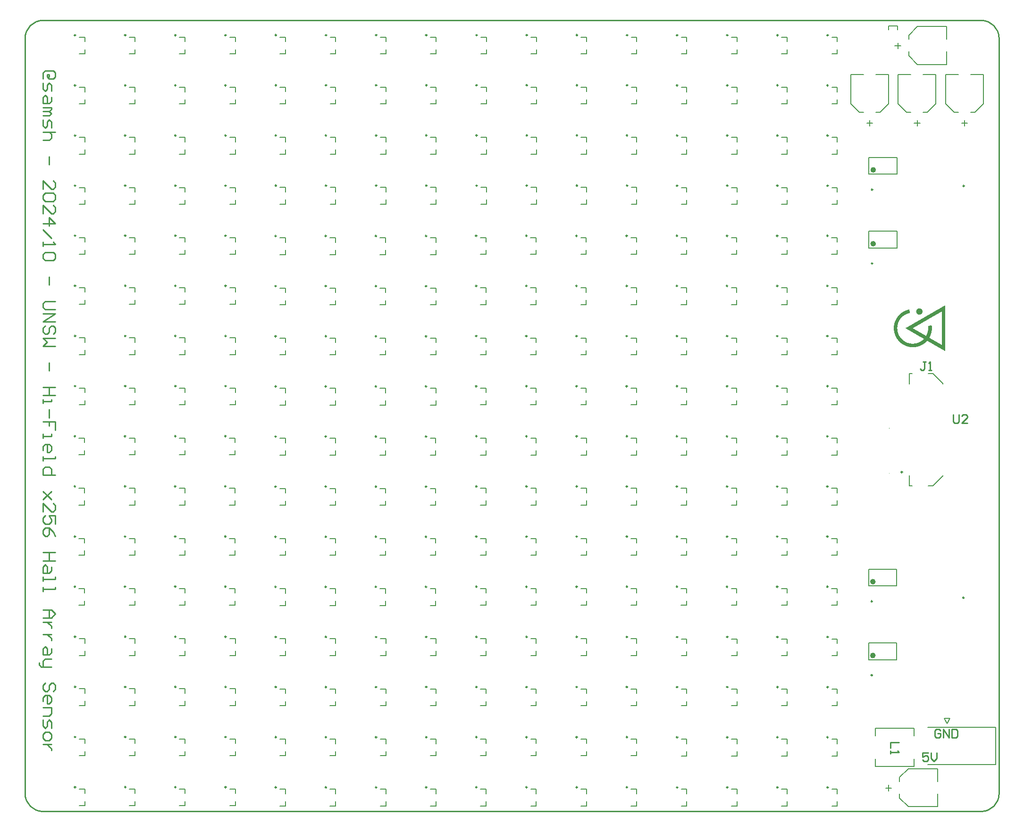
<source format=gbr>
G04*
G04 #@! TF.GenerationSoftware,Altium Limited,Altium Designer,25.0.2 (28)*
G04*
G04 Layer_Color=65535*
%FSLAX25Y25*%
%MOIN*%
G70*
G04*
G04 #@! TF.SameCoordinates,7C83500D-BFB9-469C-A41D-0C693C3E1856*
G04*
G04*
G04 #@! TF.FilePolarity,Positive*
G04*
G01*
G75*
%ADD10C,0.01000*%
%ADD11C,0.00984*%
%ADD12C,0.00394*%
%ADD13C,0.01968*%
%ADD14C,0.00500*%
%ADD15C,0.00787*%
%ADD16C,0.00600*%
G36*
X674665Y391198D02*
X674631D01*
X674631Y391232D01*
X674563D01*
Y391266D01*
X674495D01*
Y391301D01*
X674461D01*
Y391335D01*
X674392D01*
Y391369D01*
X674324D01*
Y391403D01*
X674256D01*
X674256Y391437D01*
X674222D01*
Y391471D01*
X674154D01*
Y391505D01*
X674085D01*
Y391539D01*
X674017D01*
Y391573D01*
X673983D01*
Y391607D01*
X673915D01*
Y391641D01*
X673847D01*
X673847Y391676D01*
X673813D01*
Y391710D01*
X673744D01*
Y391744D01*
X673676Y391744D01*
Y391778D01*
X673608Y391778D01*
Y391812D01*
X673574Y391812D01*
Y391846D01*
X673506D01*
Y391880D01*
X673438Y391880D01*
Y391914D01*
X673369Y391914D01*
Y391948D01*
X673335Y391948D01*
Y391983D01*
X673267D01*
Y392017D01*
X673199Y392017D01*
Y392051D01*
X673131D01*
Y392085D01*
X673097D01*
Y392119D01*
X673028D01*
Y392153D01*
X672960D01*
Y392187D01*
X672926D01*
Y392221D01*
X672858D01*
Y392255D01*
X672790D01*
Y392289D01*
X672721D01*
Y392323D01*
X672687D01*
X672687Y392358D01*
X672619D01*
Y392392D01*
X672551D01*
Y392426D01*
X672483D01*
Y392460D01*
X672449D01*
Y392494D01*
X672380Y392494D01*
Y392528D01*
X672312D01*
Y392562D01*
X672278D01*
Y392596D01*
X672210D01*
X672210Y392630D01*
X672142D01*
X672142Y392665D01*
X672074D01*
Y392699D01*
X672040Y392699D01*
Y392733D01*
X671971D01*
Y392767D01*
X671903D01*
Y392801D01*
X671835D01*
Y392835D01*
X671801D01*
Y392869D01*
X671733D01*
Y392903D01*
X671664D01*
Y392937D01*
X671596D01*
Y392971D01*
X671562D01*
Y393005D01*
X671494D01*
Y393040D01*
X671426D01*
Y393074D01*
X671392D01*
Y393108D01*
X671323D01*
X671323Y393142D01*
X671255D01*
X671255Y393176D01*
X671187D01*
Y393210D01*
X671153D01*
Y393244D01*
X671085D01*
Y393278D01*
X671017D01*
Y393312D01*
X670948D01*
Y393346D01*
X670914Y393346D01*
Y393380D01*
X670846D01*
Y393415D01*
X670778Y393415D01*
Y393449D01*
X670710D01*
Y393483D01*
X670676Y393483D01*
Y393517D01*
X670607D01*
Y393551D01*
X670539Y393551D01*
Y393585D01*
X670505D01*
Y393619D01*
X670437D01*
X670437Y393653D01*
X670369D01*
X670369Y393687D01*
X670300D01*
X670300Y393722D01*
X670266D01*
Y393756D01*
X670198D01*
X670198Y393790D01*
X670130D01*
Y393824D01*
X670062D01*
Y393858D01*
X670028D01*
Y393892D01*
X669959D01*
Y393926D01*
X669891D01*
X669891Y393960D01*
X669857D01*
Y393994D01*
X669789D01*
Y394028D01*
X669721D01*
Y394062D01*
X669653D01*
Y394097D01*
X669619D01*
Y394131D01*
X669550D01*
X669550Y394165D01*
X669482D01*
Y394199D01*
X669414D01*
Y394233D01*
X669380D01*
Y394267D01*
X669312D01*
Y394301D01*
X669243D01*
Y394335D01*
X669175D01*
Y394369D01*
X669141D01*
Y394404D01*
X669073Y394404D01*
Y394438D01*
X669005D01*
Y394472D01*
X668971D01*
Y394506D01*
X668902Y394506D01*
Y394540D01*
X668834D01*
Y394574D01*
X668766D01*
Y394608D01*
X668732D01*
X668732Y394642D01*
X668664D01*
X668664Y394676D01*
X668596D01*
Y394710D01*
X668527D01*
Y394744D01*
X668493D01*
Y394779D01*
X668425D01*
Y394813D01*
X668357D01*
Y394847D01*
X668289D01*
Y394881D01*
X668255D01*
Y394915D01*
X668186D01*
Y394949D01*
X668118D01*
Y394983D01*
X668084D01*
Y395017D01*
X668016D01*
Y395051D01*
X667948D01*
Y395086D01*
X667879D01*
Y395120D01*
X667845D01*
Y395154D01*
X667777D01*
X667777Y395188D01*
X667709Y395188D01*
Y395222D01*
X667641Y395222D01*
Y395256D01*
X667607D01*
Y395290D01*
X667538Y395290D01*
Y395324D01*
X667470Y395324D01*
Y395358D01*
X667402Y395358D01*
Y395392D01*
X667368D01*
Y395427D01*
X667300Y395427D01*
Y395461D01*
X667232D01*
X667232Y395495D01*
X667198D01*
Y395529D01*
X667129D01*
Y395563D01*
X667061D01*
Y395597D01*
X666993D01*
X666993Y395631D01*
X666959D01*
Y395665D01*
X666891D01*
X666891Y395699D01*
X666822D01*
Y395733D01*
X666754D01*
Y395767D01*
X666720D01*
Y395801D01*
X666652D01*
Y395836D01*
X666584D01*
Y395870D01*
X666550D01*
Y395904D01*
X666481Y395904D01*
Y395938D01*
X666413D01*
Y395972D01*
X666345D01*
Y396006D01*
X666311D01*
Y396040D01*
X666243D01*
Y396074D01*
X666175Y396074D01*
Y396108D01*
X666106D01*
X666106Y396143D01*
X666072Y396143D01*
X666072Y396177D01*
X666004D01*
Y396211D01*
X665936D01*
Y396245D01*
X665868D01*
X665868Y396279D01*
X665834D01*
Y396313D01*
X665765D01*
Y396347D01*
X665697D01*
Y396381D01*
X665663D01*
Y396415D01*
X665595Y396415D01*
Y396449D01*
X665527D01*
Y396483D01*
X665458D01*
Y396518D01*
X665424D01*
Y396552D01*
X665356D01*
Y396586D01*
X665288D01*
Y396620D01*
X665220D01*
Y396654D01*
X665186D01*
Y396688D01*
X665118D01*
X665118Y396722D01*
X665049D01*
Y396756D01*
X664981D01*
Y396790D01*
X664947D01*
Y396825D01*
X664879Y396825D01*
Y396859D01*
X664811D01*
Y396893D01*
X664777Y396893D01*
Y396927D01*
X664708D01*
Y396961D01*
X664640D01*
Y396995D01*
X664572D01*
Y397029D01*
X664538Y397029D01*
Y397063D01*
X664470D01*
Y397097D01*
X664401D01*
Y397131D01*
X664333D01*
X664333Y397165D01*
X664299D01*
X664299Y397200D01*
X664231D01*
X664231Y397234D01*
X664163D01*
Y397268D01*
X664129D01*
Y397302D01*
X664060D01*
Y397336D01*
X663992Y397336D01*
Y397370D01*
X663924D01*
X663924Y397404D01*
X663890D01*
Y397438D01*
X663822D01*
Y397472D01*
X663754D01*
X663754Y397506D01*
X663685D01*
Y397541D01*
X663651D01*
Y397575D01*
X663583D01*
Y397609D01*
X663515D01*
Y397643D01*
X663447D01*
Y397677D01*
X663413D01*
Y397711D01*
X663344D01*
Y397745D01*
X663276D01*
Y397779D01*
X663242D01*
Y397813D01*
X663174Y397813D01*
Y397847D01*
X663106D01*
Y397882D01*
X663037D01*
Y397916D01*
X663003D01*
Y397950D01*
X662935D01*
Y397984D01*
X662867D01*
Y398018D01*
X662799D01*
Y398052D01*
X662765D01*
X662765Y398086D01*
X662697D01*
Y398120D01*
X662628D01*
Y398154D01*
X662560D01*
X662560Y398188D01*
X662526D01*
Y398222D01*
X662458D01*
Y398257D01*
X662390D01*
Y398291D01*
X662356D01*
Y398325D01*
X662287D01*
Y398359D01*
X662219D01*
Y398393D01*
X662151D01*
Y398427D01*
X662117D01*
Y398461D01*
X662049D01*
Y398495D01*
X661980D01*
Y398529D01*
X661912D01*
Y398564D01*
X661878D01*
Y398598D01*
X661776D01*
X661776Y398564D01*
X661742D01*
X661742Y398529D01*
X661708D01*
Y398495D01*
X661673D01*
Y398461D01*
X661639D01*
X661639Y398427D01*
X661605D01*
Y398393D01*
X661571D01*
X661571Y398359D01*
X661537D01*
Y398325D01*
X661503D01*
X661503Y398291D01*
X661469D01*
Y398222D01*
X661435D01*
Y398188D01*
X661401D01*
Y398154D01*
X661367D01*
Y398120D01*
X661333D01*
Y398086D01*
X661298D01*
Y398052D01*
X661264D01*
Y398018D01*
X661230D01*
Y397984D01*
X661196D01*
Y397950D01*
X661162D01*
Y397916D01*
X661128D01*
Y397882D01*
X661094Y397882D01*
Y397847D01*
X661060D01*
Y397813D01*
X661026D01*
X661026Y397779D01*
X660991D01*
Y397745D01*
X660957Y397745D01*
Y397711D01*
X660923D01*
Y397677D01*
X660889D01*
Y397643D01*
X660855D01*
Y397609D01*
X660821D01*
Y397575D01*
X660753D01*
X660753Y397541D01*
X660719D01*
Y397506D01*
X660685D01*
Y397472D01*
X660651D01*
X660651Y397438D01*
X660616D01*
Y397404D01*
X660582D01*
X660582Y397370D01*
X660548D01*
Y397336D01*
X660514Y397336D01*
Y397302D01*
X660446D01*
Y397268D01*
X660412D01*
Y397234D01*
X660378Y397234D01*
Y397200D01*
X660344D01*
Y397165D01*
X660310Y397165D01*
Y397131D01*
X660241D01*
Y397097D01*
X660207D01*
Y397063D01*
X660173D01*
Y397029D01*
X660139Y397029D01*
X660139Y396995D01*
X660105D01*
Y396961D01*
X660037D01*
Y396927D01*
X660003D01*
Y396893D01*
X659969D01*
Y396859D01*
X659935D01*
Y396825D01*
X659866D01*
Y396790D01*
X659832D01*
Y396756D01*
X659798D01*
Y396722D01*
X659730D01*
Y396688D01*
X659696D01*
Y396654D01*
X659662Y396654D01*
Y396620D01*
X659593D01*
Y396586D01*
X659559D01*
Y396552D01*
X659491D01*
Y396518D01*
X659457D01*
Y396483D01*
X659423D01*
X659423Y396449D01*
X659355D01*
X659355Y396415D01*
X659321D01*
X659321Y396381D01*
X659253D01*
X659253Y396347D01*
X659218D01*
Y396313D01*
X659150D01*
Y396279D01*
X659116D01*
Y396245D01*
X659048D01*
Y396211D01*
X659014D01*
Y396177D01*
X658946Y396177D01*
Y396143D01*
X658912Y396143D01*
Y396108D01*
X658843Y396108D01*
Y396074D01*
X658809D01*
Y396040D01*
X658741D01*
Y396006D01*
X658673Y396006D01*
Y395972D01*
X658639Y395972D01*
Y395938D01*
X658570D01*
Y395904D01*
X658502D01*
Y395870D01*
X658468D01*
Y395836D01*
X658400D01*
X658400Y395801D01*
X658332D01*
Y395767D01*
X658264D01*
X658264Y395733D01*
X658230D01*
Y395699D01*
X658161D01*
Y395665D01*
X658093D01*
X658093Y395631D01*
X658025D01*
Y395597D01*
X657957Y395597D01*
Y395563D01*
X657889D01*
Y395529D01*
X657820D01*
Y395495D01*
X657752D01*
Y395461D01*
X657718D01*
X657718Y395427D01*
X657650D01*
Y395392D01*
X657548D01*
X657548Y395358D01*
X657479D01*
Y395324D01*
X657411Y395324D01*
Y395290D01*
X657343Y395290D01*
Y395256D01*
X657275Y395256D01*
Y395222D01*
X657207Y395222D01*
Y395188D01*
X657138Y395188D01*
Y395154D01*
X657036D01*
Y395120D01*
X656968D01*
Y395086D01*
X656866D01*
Y395051D01*
X656797D01*
Y395017D01*
X656729D01*
Y394983D01*
X656627D01*
Y394949D01*
X656559D01*
Y394915D01*
X656456D01*
X656456Y394881D01*
X656354D01*
Y394847D01*
X656252D01*
Y394813D01*
X656184D01*
Y394779D01*
X656081D01*
Y394744D01*
X655979D01*
Y394710D01*
X655877D01*
X655877Y394676D01*
X655774D01*
Y394642D01*
X655672D01*
X655672Y394608D01*
X655536Y394608D01*
Y394574D01*
X655434D01*
Y394540D01*
X655331D01*
Y394506D01*
X655195Y394506D01*
Y394472D01*
X655058D01*
Y394438D01*
X654922D01*
Y394404D01*
X654786D01*
Y394369D01*
X654649Y394369D01*
Y394335D01*
X654479D01*
Y394301D01*
X654308D01*
Y394267D01*
X654138D01*
Y394233D01*
X653967D01*
Y394199D01*
X653728D01*
Y394165D01*
X653490D01*
X653490Y394131D01*
X653251D01*
Y394097D01*
X652876D01*
Y394062D01*
X652433D01*
Y394028D01*
X650967D01*
Y394062D01*
X650489D01*
Y394097D01*
X650182D01*
Y394131D01*
X649875D01*
X649875Y394165D01*
X649671D01*
Y394199D01*
X649466D01*
Y394233D01*
X649228D01*
Y394267D01*
X649091D01*
Y394301D01*
X648921D01*
Y394335D01*
X648750D01*
Y394369D01*
X648614D01*
Y394404D01*
X648477D01*
Y394438D01*
X648341D01*
Y394472D01*
X648205D01*
Y394506D01*
X648068D01*
X648068Y394540D01*
X647966D01*
Y394574D01*
X647829D01*
Y394608D01*
X647727D01*
Y394642D01*
X647625D01*
Y394676D01*
X647523D01*
Y394710D01*
X647420D01*
Y394744D01*
X647318D01*
X647318Y394779D01*
X647216D01*
Y394813D01*
X647113D01*
Y394847D01*
X647045D01*
Y394881D01*
X646943D01*
Y394915D01*
X646841D01*
Y394949D01*
X646738D01*
Y394983D01*
X646670Y394983D01*
Y395017D01*
X646602D01*
Y395051D01*
X646500D01*
X646500Y395086D01*
X646431D01*
Y395120D01*
X646363D01*
Y395154D01*
X646295D01*
X646295Y395188D01*
X646193Y395188D01*
Y395222D01*
X646125D01*
Y395256D01*
X646056D01*
Y395290D01*
X645988D01*
Y395324D01*
X645920Y395324D01*
Y395358D01*
X645852Y395358D01*
Y395392D01*
X645784D01*
Y395427D01*
X645715D01*
Y395461D01*
X645647D01*
Y395495D01*
X645545D01*
Y395529D01*
X645511D01*
Y395563D01*
X645443D01*
Y395597D01*
X645374D01*
Y395631D01*
X645306D01*
X645306Y395665D01*
X645238D01*
Y395699D01*
X645170D01*
Y395733D01*
X645136D01*
Y395767D01*
X645068D01*
Y395801D01*
X644999D01*
X644999Y395836D01*
X644931D01*
Y395870D01*
X644897D01*
Y395904D01*
X644829D01*
Y395938D01*
X644761D01*
X644761Y395972D01*
X644727D01*
X644727Y396006D01*
X644658Y396006D01*
Y396040D01*
X644590D01*
Y396074D01*
X644556Y396074D01*
Y396108D01*
X644488Y396108D01*
Y396143D01*
X644454D01*
Y396177D01*
X644385D01*
Y396211D01*
X644351D01*
Y396245D01*
X644283Y396245D01*
Y396279D01*
X644249D01*
Y396313D01*
X644181D01*
Y396347D01*
X644147D01*
Y396381D01*
X644079D01*
Y396415D01*
X644044D01*
Y396449D01*
X643976D01*
Y396483D01*
X643942D01*
Y396518D01*
X643874D01*
Y396552D01*
X643840D01*
X643840Y396586D01*
X643806D01*
Y396620D01*
X643738D01*
Y396654D01*
X643704D01*
Y396688D01*
X643669D01*
Y396722D01*
X643601Y396722D01*
Y396756D01*
X643567D01*
Y396790D01*
X643533D01*
Y396825D01*
X643465D01*
Y396859D01*
X643431D01*
Y396893D01*
X643397Y396893D01*
Y396927D01*
X643328D01*
Y396961D01*
X643294D01*
Y396995D01*
X643260Y396995D01*
Y397029D01*
X643226D01*
Y397063D01*
X643192D01*
Y397097D01*
X643124D01*
X643124Y397131D01*
X643090D01*
Y397165D01*
X643056D01*
Y397200D01*
X643022D01*
X643022Y397234D01*
X642987D01*
X642987Y397268D01*
X642919D01*
Y397302D01*
X642885D01*
Y397336D01*
X642851D01*
X642851Y397370D01*
X642817D01*
X642817Y397404D01*
X642783D01*
Y397438D01*
X642749D01*
X642749Y397472D01*
X642715D01*
Y397506D01*
X642681D01*
Y397541D01*
X642612D01*
Y397575D01*
X642578Y397575D01*
Y397609D01*
X642544D01*
Y397643D01*
X642510D01*
Y397677D01*
X642476D01*
Y397711D01*
X642442D01*
Y397745D01*
X642408D01*
Y397779D01*
X642374D01*
Y397813D01*
X642340Y397813D01*
Y397847D01*
X642306D01*
Y397882D01*
X642271D01*
Y397916D01*
X642237D01*
Y397950D01*
X642203D01*
Y397984D01*
X642169D01*
X642169Y398018D01*
X642135D01*
Y398052D01*
X642101D01*
X642101Y398086D01*
X642067D01*
Y398120D01*
X642033D01*
Y398154D01*
X641999D01*
Y398188D01*
X641964D01*
Y398222D01*
X641930D01*
Y398257D01*
X641896D01*
Y398291D01*
X641862D01*
X641862Y398325D01*
X641828D01*
Y398359D01*
X641794D01*
Y398393D01*
X641760D01*
Y398461D01*
X641726Y398461D01*
Y398495D01*
X641692D01*
Y398529D01*
X641658D01*
Y398564D01*
X641623Y398564D01*
Y398598D01*
X641589D01*
Y398632D01*
X641555Y398632D01*
Y398666D01*
X641521D01*
Y398700D01*
X641487Y398700D01*
Y398768D01*
X641453Y398768D01*
Y398802D01*
X641419D01*
Y398836D01*
X641385D01*
X641385Y398870D01*
X641351D01*
Y398904D01*
X641317D01*
X641317Y398973D01*
X641283D01*
X641283Y399007D01*
X641248D01*
Y399041D01*
X641214D01*
Y399075D01*
X641180D01*
Y399109D01*
X641146D01*
Y399177D01*
X641112D01*
X641112Y399211D01*
X641078D01*
Y399246D01*
X641044D01*
Y399314D01*
X641010Y399314D01*
Y399348D01*
X640976D01*
Y399382D01*
X640942Y399382D01*
Y399450D01*
X640907D01*
Y399484D01*
X640873Y399484D01*
Y399518D01*
X640839D01*
Y399587D01*
X640805D01*
Y399621D01*
X640771D01*
Y399655D01*
X640737D01*
Y399723D01*
X640703D01*
Y399757D01*
X640669Y399757D01*
Y399825D01*
X640635D01*
X640635Y399859D01*
X640601D01*
Y399927D01*
X640566D01*
Y399962D01*
X640532D01*
X640532Y400030D01*
X640498D01*
X640498Y400064D01*
X640464D01*
X640464Y400132D01*
X640430D01*
X640430Y400166D01*
X640396D01*
Y400234D01*
X640362D01*
Y400268D01*
X640328D01*
Y400337D01*
X640294D01*
Y400371D01*
X640260D01*
Y400439D01*
X640226D01*
Y400507D01*
X640191Y400507D01*
Y400541D01*
X640157D01*
Y400609D01*
X640123D01*
Y400678D01*
X640089D01*
Y400712D01*
X640055D01*
Y400780D01*
X640021D01*
Y400848D01*
X639987D01*
Y400916D01*
X639953D01*
Y400950D01*
X639919D01*
Y401019D01*
X639885D01*
Y401087D01*
X639850D01*
Y401155D01*
X639816Y401155D01*
Y401223D01*
X639782Y401223D01*
Y401291D01*
X639748Y401291D01*
Y401360D01*
X639714D01*
Y401428D01*
X639680D01*
X639680Y401496D01*
X639646D01*
X639646Y401564D01*
X639612D01*
X639612Y401632D01*
X639578D01*
X639578Y401701D01*
X639543D01*
X639543Y401769D01*
X639509D01*
Y401837D01*
X639475D01*
Y401905D01*
X639441D01*
Y401973D01*
X639407D01*
Y402076D01*
X639373Y402076D01*
Y402144D01*
X639339Y402144D01*
Y402212D01*
X639305D01*
Y402314D01*
X639271Y402314D01*
Y402383D01*
X639237D01*
Y402485D01*
X639202Y402485D01*
Y402553D01*
X639168D01*
Y402655D01*
X639134D01*
Y402724D01*
X639100Y402724D01*
Y402826D01*
X639066D01*
Y402928D01*
X639032Y402928D01*
Y403030D01*
X638998Y403030D01*
Y403133D01*
X638964D01*
X638964Y403201D01*
X638930D01*
Y403303D01*
X638896D01*
Y403440D01*
X638862D01*
Y403542D01*
X638827D01*
Y403644D01*
X638793D01*
Y403747D01*
X638759D01*
Y403883D01*
X638725D01*
Y403985D01*
X638691D01*
X638691Y404156D01*
X638657D01*
Y404292D01*
X638623D01*
X638623Y404428D01*
X638589Y404428D01*
Y404565D01*
X638555D01*
Y404735D01*
X638521D01*
Y404906D01*
X638486D01*
Y405076D01*
X638452D01*
Y405247D01*
X638418D01*
Y405485D01*
X638384D01*
Y405724D01*
X638350Y405724D01*
X638350Y405963D01*
X638316D01*
Y406338D01*
X638282D01*
Y406781D01*
X638248Y406781D01*
Y408282D01*
X638282Y408282D01*
Y408725D01*
X638316D01*
Y409066D01*
X638350D01*
X638350Y409339D01*
X638384D01*
Y409577D01*
X638418D01*
Y409782D01*
X638452D01*
Y409987D01*
X638486D01*
Y410157D01*
X638521D01*
Y410327D01*
X638555D01*
Y410498D01*
X638589D01*
Y410634D01*
X638623Y410634D01*
Y410771D01*
X638657Y410771D01*
Y410907D01*
X638691D01*
Y411044D01*
X638725D01*
Y411146D01*
X638759D01*
X638759Y411248D01*
X638793D01*
X638793Y411385D01*
X638827Y411385D01*
Y411487D01*
X638862D01*
Y411589D01*
X638896Y411589D01*
Y411726D01*
X638930D01*
Y411794D01*
X638964D01*
Y411896D01*
X638998D01*
Y411998D01*
X639032D01*
X639032Y412101D01*
X639066D01*
Y412203D01*
X639100D01*
Y412305D01*
X639134Y412305D01*
Y412373D01*
X639168D01*
Y412476D01*
X639202D01*
Y412544D01*
X639237D01*
Y412646D01*
X639271D01*
Y412714D01*
X639305D01*
Y412817D01*
X639339D01*
X639339Y412885D01*
X639373D01*
Y412953D01*
X639407D01*
Y413021D01*
X639441D01*
Y413090D01*
X639475D01*
Y413158D01*
X639509D01*
Y413260D01*
X639543Y413260D01*
X639543Y413328D01*
X639578D01*
X639578Y413396D01*
X639612D01*
Y413465D01*
X639646D01*
Y413533D01*
X639680D01*
Y413601D01*
X639714D01*
X639714Y413669D01*
X639748D01*
Y413737D01*
X639782D01*
X639782Y413806D01*
X639816D01*
Y413874D01*
X639850D01*
Y413942D01*
X639885D01*
Y413976D01*
X639919Y413976D01*
Y414044D01*
X639953Y414044D01*
Y414113D01*
X639987D01*
Y414181D01*
X640021D01*
Y414215D01*
X640055D01*
Y414283D01*
X640089D01*
Y414351D01*
X640123D01*
Y414419D01*
X640157D01*
Y414454D01*
X640191D01*
Y414522D01*
X640226D01*
Y414590D01*
X640260D01*
Y414624D01*
X640294D01*
Y414692D01*
X640328D01*
Y414726D01*
X640362D01*
X640362Y414794D01*
X640396D01*
Y414829D01*
X640430Y414829D01*
X640430Y414897D01*
X640464D01*
X640464Y414931D01*
X640498Y414931D01*
X640498Y414999D01*
X640532Y414999D01*
Y415067D01*
X640566D01*
Y415101D01*
X640601D01*
Y415135D01*
X640635D01*
Y415204D01*
X640669D01*
Y415238D01*
X640703D01*
X640703Y415306D01*
X640737D01*
Y415340D01*
X640771D01*
Y415374D01*
X640805D01*
Y415442D01*
X640839D01*
Y415476D01*
X640873Y415476D01*
Y415545D01*
X640907D01*
Y415579D01*
X640942D01*
Y415613D01*
X640976D01*
Y415681D01*
X641010D01*
Y415715D01*
X641044Y415715D01*
Y415749D01*
X641078D01*
Y415783D01*
X641112Y415783D01*
Y415851D01*
X641146Y415851D01*
Y415886D01*
X641180Y415886D01*
Y415920D01*
X641214Y415920D01*
Y415988D01*
X641248D01*
X641248Y416022D01*
X641283D01*
Y416056D01*
X641317D01*
X641317Y416090D01*
X641351D01*
Y416124D01*
X641385D01*
Y416192D01*
X641419D01*
Y416227D01*
X641453D01*
Y416261D01*
X641487D01*
Y416295D01*
X641521D01*
Y416329D01*
X641555D01*
Y416363D01*
X641589D01*
Y416431D01*
X641623D01*
Y416465D01*
X641658Y416465D01*
Y416499D01*
X641692D01*
Y416534D01*
X641726Y416534D01*
Y416568D01*
X641760D01*
Y416602D01*
X641794D01*
Y416636D01*
X641828Y416636D01*
Y416670D01*
X641862Y416670D01*
Y416704D01*
X641896Y416704D01*
Y416738D01*
X641930D01*
Y416772D01*
X641964D01*
Y416840D01*
X641999Y416840D01*
Y416875D01*
X642033D01*
Y416909D01*
X642067D01*
X642067Y416943D01*
X642101D01*
X642101Y416977D01*
X642135D01*
Y417011D01*
X642169D01*
X642169Y417045D01*
X642203D01*
X642203Y417079D01*
X642237D01*
Y417113D01*
X642271D01*
Y417147D01*
X642306D01*
Y417181D01*
X642340D01*
Y417215D01*
X642374D01*
X642374Y417250D01*
X642408D01*
Y417284D01*
X642442Y417284D01*
Y417318D01*
X642510D01*
Y417352D01*
X642544D01*
Y417386D01*
X642578Y417386D01*
Y417420D01*
X642612D01*
Y417454D01*
X642647Y417454D01*
Y417488D01*
X642681D01*
Y417522D01*
X642715Y417522D01*
Y417556D01*
X642749D01*
Y417591D01*
X642783Y417591D01*
Y417625D01*
X642851D01*
Y417659D01*
X642885D01*
Y417693D01*
X642919D01*
Y417727D01*
X642953D01*
Y417761D01*
X642987D01*
Y417795D01*
X643022D01*
Y417829D01*
X643056D01*
Y417863D01*
X643124D01*
Y417897D01*
X643158D01*
Y417932D01*
X643192D01*
Y417966D01*
X643226D01*
Y418000D01*
X643294D01*
Y418034D01*
X643328D01*
Y418068D01*
X643363D01*
Y418102D01*
X643397D01*
Y418136D01*
X643465D01*
Y418170D01*
X643499D01*
Y418204D01*
X643533Y418204D01*
Y418238D01*
X643567D01*
Y418272D01*
X643635Y418272D01*
Y418307D01*
X643669Y418307D01*
Y418341D01*
X643738Y418341D01*
Y418375D01*
X643772D01*
Y418409D01*
X643806D01*
X643806Y418443D01*
X643874D01*
X643874Y418477D01*
X643908D01*
Y418511D01*
X643942D01*
X643942Y418545D01*
X644010D01*
Y418579D01*
X644044Y418579D01*
Y418613D01*
X644113D01*
Y418648D01*
X644147D01*
Y418682D01*
X644215D01*
Y418716D01*
X644249Y418716D01*
Y418750D01*
X644317D01*
Y418784D01*
X644351D01*
Y418818D01*
X644420D01*
Y418852D01*
X644454D01*
Y418886D01*
X644522D01*
Y418920D01*
X644556D01*
Y418955D01*
X644624D01*
Y418989D01*
X644692D01*
X644692Y419023D01*
X644727D01*
Y419057D01*
X644795D01*
Y419091D01*
X644863D01*
Y419125D01*
X644897D01*
Y419159D01*
X644965D01*
Y419193D01*
X645033D01*
Y419227D01*
X645102Y419227D01*
Y419261D01*
X645136D01*
Y419296D01*
X645204D01*
Y419330D01*
X645272D01*
Y419364D01*
X645340D01*
Y419398D01*
X645408Y419398D01*
Y419432D01*
X645477D01*
X645477Y419466D01*
X645545D01*
Y419500D01*
X645613D01*
Y419534D01*
X645647D01*
X645647Y419568D01*
X645715D01*
Y419602D01*
X645784D01*
Y419636D01*
X645886D01*
Y419671D01*
X645954D01*
Y419705D01*
X646022D01*
Y419739D01*
X646090D01*
Y419773D01*
X646159Y419773D01*
Y419807D01*
X646227D01*
Y419841D01*
X646329D01*
Y419875D01*
X646397D01*
X646397Y419909D01*
X646465D01*
X646465Y419943D01*
X646568D01*
Y419978D01*
X646636D01*
Y420012D01*
X646738D01*
Y420046D01*
X646806D01*
Y420080D01*
X646909D01*
Y420114D01*
X646977Y420114D01*
Y420148D01*
X647079D01*
Y420182D01*
X647182D01*
Y420216D01*
X647284D01*
Y420250D01*
X647386D01*
X647386Y420284D01*
X647488D01*
Y420319D01*
X647591D01*
Y420353D01*
X647693D01*
Y420387D01*
X647795D01*
Y420421D01*
X647932D01*
Y420455D01*
X648034D01*
Y420489D01*
X648136D01*
X648136Y420523D01*
X648273D01*
Y420557D01*
X648409D01*
Y420591D01*
X648546D01*
Y420625D01*
X648716D01*
Y420659D01*
X648852D01*
Y420693D01*
X648989D01*
X648989Y420728D01*
X649125D01*
Y420762D01*
X649159Y420762D01*
Y420728D01*
X649193D01*
Y420523D01*
X649228D01*
Y420319D01*
X649262Y420318D01*
Y420114D01*
X649296D01*
Y419943D01*
X649330Y419943D01*
Y419739D01*
X649364D01*
Y419534D01*
X649398Y419534D01*
Y419330D01*
X649432D01*
Y419125D01*
X649466D01*
Y418920D01*
X649500D01*
Y418716D01*
X649534D01*
Y418511D01*
X649569D01*
Y418307D01*
X649603D01*
Y418238D01*
X649534D01*
Y418204D01*
X649398D01*
Y418170D01*
X649262D01*
Y418136D01*
X649125D01*
Y418102D01*
X648989D01*
Y418068D01*
X648818D01*
Y418034D01*
X648716D01*
Y418000D01*
X648580D01*
Y417966D01*
X648477Y417966D01*
X648477Y417932D01*
X648341D01*
Y417897D01*
X648239D01*
Y417863D01*
X648136D01*
Y417829D01*
X648034D01*
Y417795D01*
X647932D01*
Y417761D01*
X647864D01*
Y417727D01*
X647761D01*
Y417693D01*
X647659D01*
Y417659D01*
X647591Y417659D01*
Y417625D01*
X647488D01*
Y417591D01*
X647420Y417591D01*
Y417556D01*
X647318Y417556D01*
Y417522D01*
X647250D01*
X647250Y417488D01*
X647182D01*
Y417454D01*
X647079Y417454D01*
Y417420D01*
X647011D01*
Y417386D01*
X646943D01*
Y417352D01*
X646875D01*
Y417318D01*
X646806D01*
Y417284D01*
X646738D01*
Y417250D01*
X646670D01*
Y417215D01*
X646602D01*
X646602Y417181D01*
X646534D01*
Y417147D01*
X646465D01*
Y417113D01*
X646397D01*
Y417079D01*
X646363D01*
Y417045D01*
X646295D01*
X646295Y417011D01*
X646227D01*
X646227Y416977D01*
X646159D01*
Y416943D01*
X646090D01*
Y416909D01*
X646056D01*
Y416875D01*
X645988D01*
Y416840D01*
X645920Y416840D01*
Y416806D01*
X645886Y416806D01*
Y416772D01*
X645818D01*
Y416738D01*
X645784D01*
Y416704D01*
X645715D01*
Y416670D01*
X645681Y416670D01*
Y416636D01*
X645613Y416636D01*
Y416602D01*
X645545D01*
X645545Y416568D01*
X645511D01*
Y416534D01*
X645443D01*
Y416499D01*
X645408D01*
Y416465D01*
X645340Y416465D01*
Y416431D01*
X645306D01*
X645306Y416397D01*
X645272D01*
Y416363D01*
X645204D01*
Y416329D01*
X645170D01*
Y416295D01*
X645102Y416295D01*
Y416261D01*
X645068D01*
Y416227D01*
X645033D01*
Y416192D01*
X644965D01*
Y416158D01*
X644931D01*
X644931Y416124D01*
X644897D01*
Y416090D01*
X644863D01*
Y416056D01*
X644795D01*
Y416022D01*
X644761D01*
X644761Y415988D01*
X644727D01*
X644727Y415954D01*
X644692D01*
X644692Y415920D01*
X644624D01*
Y415886D01*
X644590D01*
Y415851D01*
X644556Y415851D01*
Y415817D01*
X644522Y415817D01*
Y415783D01*
X644488D01*
Y415749D01*
X644420Y415749D01*
Y415715D01*
X644385D01*
Y415681D01*
X644351D01*
Y415647D01*
X644317D01*
Y415613D01*
X644283D01*
Y415579D01*
X644249D01*
Y415545D01*
X644215D01*
Y415511D01*
X644181D01*
Y415476D01*
X644147D01*
Y415442D01*
X644113D01*
Y415408D01*
X644044D01*
Y415374D01*
X644010D01*
Y415340D01*
X643976D01*
Y415306D01*
X643942D01*
X643942Y415272D01*
X643908D01*
Y415238D01*
X643874D01*
X643874Y415204D01*
X643840D01*
Y415169D01*
X643806D01*
X643806Y415135D01*
X643772D01*
Y415101D01*
X643738D01*
Y415067D01*
X643704D01*
Y414999D01*
X643669D01*
Y414965D01*
X643635D01*
Y414931D01*
X643601D01*
Y414897D01*
X643567Y414897D01*
Y414863D01*
X643533D01*
Y414829D01*
X643499D01*
Y414794D01*
X643465D01*
Y414760D01*
X643431D01*
Y414726D01*
X643397D01*
Y414692D01*
X643363D01*
Y414658D01*
X643328D01*
Y414590D01*
X643294D01*
Y414556D01*
X643260D01*
Y414522D01*
X643226D01*
Y414488D01*
X643192D01*
Y414454D01*
X643158D01*
Y414419D01*
X643124D01*
Y414351D01*
X643090D01*
Y414317D01*
X643056D01*
Y414283D01*
X643022D01*
Y414215D01*
X642987D01*
Y414181D01*
X642953D01*
Y414147D01*
X642919Y414147D01*
Y414113D01*
X642885D01*
Y414044D01*
X642851D01*
Y414010D01*
X642817Y414010D01*
Y413976D01*
X642783D01*
Y413908D01*
X642749D01*
Y413874D01*
X642715D01*
Y413806D01*
X642681Y413806D01*
Y413771D01*
X642647D01*
Y413737D01*
X642612Y413737D01*
Y413669D01*
X642578D01*
X642578Y413635D01*
X642544D01*
Y413567D01*
X642510D01*
Y413533D01*
X642476D01*
Y413465D01*
X642442D01*
Y413431D01*
X642408Y413431D01*
Y413362D01*
X642374D01*
Y413328D01*
X642340D01*
Y413260D01*
X642306D01*
Y413192D01*
X642271D01*
Y413158D01*
X642237D01*
Y413090D01*
X642203D01*
Y413021D01*
X642169D01*
Y412987D01*
X642135D01*
Y412919D01*
X642101D01*
Y412851D01*
X642067D01*
Y412783D01*
X642033D01*
Y412748D01*
X641999D01*
X641999Y412680D01*
X641964D01*
Y412612D01*
X641930D01*
Y412544D01*
X641896D01*
Y412476D01*
X641862D01*
Y412408D01*
X641828Y412407D01*
Y412339D01*
X641794Y412339D01*
Y412271D01*
X641760D01*
Y412203D01*
X641726D01*
Y412135D01*
X641692D01*
Y412067D01*
X641658Y412067D01*
Y411998D01*
X641623D01*
X641623Y411896D01*
X641589D01*
X641589Y411828D01*
X641555D01*
Y411760D01*
X641521D01*
X641521Y411657D01*
X641487D01*
Y411589D01*
X641453Y411589D01*
Y411487D01*
X641419D01*
Y411419D01*
X641385D01*
Y411316D01*
X641351D01*
X641351Y411248D01*
X641317D01*
Y411146D01*
X641283D01*
Y411044D01*
X641248D01*
Y410941D01*
X641214D01*
Y410839D01*
X641180D01*
X641180Y410737D01*
X641146D01*
Y410600D01*
X641112D01*
Y410498D01*
X641078Y410498D01*
Y410362D01*
X641044D01*
Y410259D01*
X641010D01*
X641010Y410123D01*
X640976D01*
Y409952D01*
X640942Y409952D01*
Y409816D01*
X640907Y409816D01*
Y409646D01*
X640873Y409646D01*
Y409475D01*
X640839D01*
Y409270D01*
X640805D01*
Y409066D01*
X640771D01*
Y408827D01*
X640737D01*
Y408520D01*
X640703D01*
Y408009D01*
X640669D01*
Y406986D01*
X640703D01*
Y406508D01*
X640737D01*
Y406168D01*
X640771Y406168D01*
Y405895D01*
X640805D01*
Y405690D01*
X640839D01*
Y405485D01*
X640873D01*
Y405315D01*
X640907D01*
Y405145D01*
X640942D01*
Y405008D01*
X640976D01*
Y404838D01*
X641010D01*
Y404701D01*
X641044D01*
Y404599D01*
X641078Y404599D01*
Y404497D01*
X641112D01*
Y404360D01*
X641146D01*
Y404258D01*
X641180D01*
Y404156D01*
X641214D01*
Y404053D01*
X641248D01*
Y403951D01*
X641283D01*
X641283Y403849D01*
X641317D01*
X641317Y403747D01*
X641351D01*
Y403644D01*
X641385D01*
Y403576D01*
X641419D01*
Y403474D01*
X641453D01*
Y403371D01*
X641487D01*
Y403303D01*
X641521D01*
Y403201D01*
X641555D01*
Y403133D01*
X641589Y403133D01*
Y403064D01*
X641623Y403065D01*
Y402996D01*
X641658D01*
Y402928D01*
X641692D01*
Y402826D01*
X641726D01*
Y402758D01*
X641760D01*
Y402689D01*
X641794Y402690D01*
Y402621D01*
X641828D01*
X641828Y402553D01*
X641862D01*
X641862Y402485D01*
X641896D01*
Y402417D01*
X641930D01*
Y402349D01*
X641964D01*
Y402280D01*
X641999D01*
X641999Y402212D01*
X642033D01*
Y402178D01*
X642067D01*
Y402110D01*
X642101Y402110D01*
Y402042D01*
X642135Y402042D01*
Y402007D01*
X642169D01*
Y401939D01*
X642203D01*
X642203Y401871D01*
X642237D01*
Y401803D01*
X642271D01*
X642271Y401769D01*
X642306D01*
Y401701D01*
X642340D01*
Y401666D01*
X642374D01*
Y401598D01*
X642408D01*
Y401564D01*
X642442D01*
Y401496D01*
X642476Y401496D01*
Y401428D01*
X642510D01*
Y401394D01*
X642544D01*
Y401326D01*
X642578D01*
Y401291D01*
X642612Y401291D01*
Y401257D01*
X642647D01*
Y401189D01*
X642681D01*
Y401155D01*
X642715Y401155D01*
Y401087D01*
X642749D01*
Y401053D01*
X642783Y401053D01*
Y401019D01*
X642817D01*
Y400950D01*
X642851D01*
X642851Y400916D01*
X642885D01*
Y400882D01*
X642919D01*
X642919Y400814D01*
X642953D01*
Y400780D01*
X642987D01*
Y400746D01*
X643022D01*
X643022Y400712D01*
X643056D01*
Y400643D01*
X643090D01*
Y400609D01*
X643124D01*
X643124Y400575D01*
X643158D01*
Y400507D01*
X643192Y400507D01*
Y400473D01*
X643226D01*
Y400439D01*
X643260D01*
Y400405D01*
X643294D01*
Y400371D01*
X643328D01*
Y400337D01*
X643363D01*
Y400303D01*
X643397Y400303D01*
Y400234D01*
X643431D01*
Y400200D01*
X643465D01*
Y400166D01*
X643499D01*
Y400132D01*
X643533D01*
Y400098D01*
X643567D01*
Y400064D01*
X643601D01*
X643601Y400030D01*
X643635D01*
Y399996D01*
X643669D01*
X643669Y399962D01*
X643704D01*
Y399927D01*
X643738D01*
Y399893D01*
X643772D01*
Y399859D01*
X643806D01*
Y399791D01*
X643840D01*
Y399757D01*
X643874D01*
X643874Y399723D01*
X643908D01*
Y399689D01*
X643976D01*
Y399655D01*
X644010D01*
Y399621D01*
X644044D01*
Y399587D01*
X644079D01*
Y399552D01*
X644113Y399552D01*
Y399518D01*
X644147D01*
Y399484D01*
X644181D01*
Y399450D01*
X644215D01*
Y399416D01*
X644249D01*
Y399382D01*
X644283D01*
Y399348D01*
X644317D01*
Y399314D01*
X644351Y399314D01*
Y399280D01*
X644420D01*
Y399246D01*
X644454D01*
Y399211D01*
X644488D01*
X644488Y399177D01*
X644522D01*
Y399143D01*
X644556D01*
X644556Y399109D01*
X644590D01*
X644590Y399075D01*
X644624D01*
Y399041D01*
X644692D01*
X644692Y399007D01*
X644727D01*
X644727Y398973D01*
X644761D01*
X644761Y398939D01*
X644829D01*
Y398904D01*
X644863D01*
Y398870D01*
X644897D01*
Y398836D01*
X644931D01*
Y398802D01*
X644999Y398802D01*
Y398768D01*
X645033D01*
Y398734D01*
X645068D01*
Y398700D01*
X645136D01*
Y398666D01*
X645170Y398666D01*
Y398632D01*
X645204Y398632D01*
Y398598D01*
X645272D01*
Y398564D01*
X645306D01*
Y398529D01*
X645374D01*
Y398495D01*
X645408D01*
Y398461D01*
X645443D01*
Y398427D01*
X645511D01*
Y398393D01*
X645545D01*
X645545Y398359D01*
X645613D01*
X645613Y398325D01*
X645681D01*
Y398291D01*
X645715D01*
Y398257D01*
X645784D01*
Y398222D01*
X645818D01*
Y398188D01*
X645886D01*
Y398154D01*
X645920D01*
X645920Y398120D01*
X645988D01*
Y398086D01*
X646056Y398086D01*
Y398052D01*
X646125D01*
Y398018D01*
X646159Y398018D01*
Y397984D01*
X646227D01*
X646227Y397950D01*
X646295D01*
X646295Y397916D01*
X646329D01*
Y397882D01*
X646397Y397882D01*
Y397847D01*
X646465D01*
Y397813D01*
X646534D01*
Y397779D01*
X646602D01*
Y397745D01*
X646670Y397745D01*
Y397711D01*
X646738Y397711D01*
Y397677D01*
X646806D01*
Y397643D01*
X646875D01*
Y397609D01*
X646943D01*
Y397575D01*
X647045D01*
Y397541D01*
X647113D01*
Y397506D01*
X647182D01*
Y397472D01*
X647250D01*
X647250Y397438D01*
X647318D01*
Y397404D01*
X647420D01*
X647420Y397370D01*
X647488D01*
X647488Y397336D01*
X647591D01*
X647591Y397302D01*
X647659D01*
Y397268D01*
X647761D01*
Y397234D01*
X647829Y397234D01*
Y397200D01*
X647932D01*
Y397165D01*
X648034D01*
Y397131D01*
X648136D01*
Y397097D01*
X648239Y397097D01*
Y397063D01*
X648341D01*
Y397029D01*
X648477D01*
Y396995D01*
X648580D01*
Y396961D01*
X648716D01*
Y396927D01*
X648818D01*
Y396893D01*
X648955D01*
Y396859D01*
X649125D01*
Y396825D01*
X649262D01*
Y396790D01*
X649432D01*
Y396756D01*
X649603D01*
Y396722D01*
X649807D01*
X649807Y396688D01*
X650012D01*
Y396654D01*
X650285D01*
Y396620D01*
X650592D01*
Y396586D01*
X651103D01*
Y396552D01*
X652092D01*
Y396586D01*
X652569D01*
X652569Y396620D01*
X652910D01*
Y396654D01*
X653149D01*
Y396688D01*
X653388D01*
Y396722D01*
X653558Y396722D01*
Y396756D01*
X653763D01*
Y396790D01*
X653933D01*
X653933Y396825D01*
X654070D01*
Y396859D01*
X654206D01*
Y396893D01*
X654342D01*
Y396927D01*
X654479Y396927D01*
Y396961D01*
X654581D01*
Y396995D01*
X654717D01*
Y397029D01*
X654820D01*
Y397063D01*
X654922Y397063D01*
X654922Y397097D01*
X655024D01*
X655024Y397131D01*
X655127D01*
X655127Y397165D01*
X655229D01*
X655229Y397200D01*
X655331D01*
Y397234D01*
X655434Y397234D01*
Y397268D01*
X655502D01*
Y397302D01*
X655604D01*
Y397336D01*
X655672D01*
X655672Y397370D01*
X655774D01*
Y397404D01*
X655843D01*
X655843Y397438D01*
X655911D01*
Y397472D01*
X656013D01*
Y397506D01*
X656081D01*
Y397541D01*
X656149D01*
Y397575D01*
X656218D01*
Y397609D01*
X656286D01*
Y397643D01*
X656388D01*
Y397677D01*
X656422D01*
Y397711D01*
X656491Y397711D01*
Y397745D01*
X656559D01*
Y397779D01*
X656627D01*
Y397813D01*
X656695D01*
X656695Y397848D01*
X656763Y397847D01*
X656763Y397882D01*
X656832D01*
Y397916D01*
X656900D01*
Y397950D01*
X656934D01*
Y397984D01*
X657002Y397984D01*
Y398018D01*
X657070D01*
Y398052D01*
X657138D01*
Y398086D01*
X657172Y398086D01*
Y398120D01*
X657241D01*
Y398154D01*
X657309D01*
Y398188D01*
X657343D01*
Y398222D01*
X657411D01*
X657411Y398257D01*
X657445D01*
Y398291D01*
X657514D01*
X657514Y398325D01*
X657548D01*
X657548Y398359D01*
X657616D01*
X657616Y398393D01*
X657684D01*
Y398427D01*
X657718D01*
Y398461D01*
X657752D01*
Y398495D01*
X657820D01*
Y398529D01*
X657855D01*
Y398564D01*
X657923Y398564D01*
Y398598D01*
X657957D01*
Y398632D01*
X657991Y398632D01*
Y398666D01*
X658059D01*
Y398700D01*
X658093D01*
Y398734D01*
X658127D01*
Y398768D01*
X658195Y398768D01*
Y398802D01*
X658230D01*
Y398836D01*
X658264Y398836D01*
Y398870D01*
X658332D01*
X658332Y398904D01*
X658366D01*
X658366Y398939D01*
X658400D01*
X658400Y398973D01*
X658434D01*
X658434Y399007D01*
X658502D01*
Y399041D01*
X658536D01*
X658536Y399075D01*
X658570D01*
Y399109D01*
X658605D01*
X658605Y399143D01*
X658639D01*
Y399177D01*
X658707D01*
Y399211D01*
X658741D01*
Y399246D01*
X658775D01*
Y399280D01*
X658809D01*
Y399314D01*
X658843D01*
Y399348D01*
X658877D01*
Y399382D01*
X658912D01*
Y399416D01*
X658980D01*
Y399450D01*
X659014Y399450D01*
Y399484D01*
X659048Y399484D01*
Y399518D01*
X659082D01*
Y399552D01*
X659116D01*
Y399587D01*
X659150Y399587D01*
Y399621D01*
X659184D01*
Y399655D01*
X659218Y399655D01*
Y399689D01*
X659253D01*
X659253Y399723D01*
X659287D01*
X659287Y399757D01*
X659321D01*
X659321Y399791D01*
X659355D01*
Y399825D01*
X659389D01*
Y399859D01*
X659423D01*
Y399893D01*
X659457D01*
X659457Y399927D01*
X659491D01*
Y399962D01*
X659457D01*
X659457Y399996D01*
X659389D01*
Y400030D01*
X659321D01*
Y400064D01*
X659253D01*
X659253Y400098D01*
X659218D01*
Y400132D01*
X659150D01*
Y400166D01*
X659082D01*
Y400200D01*
X659048D01*
Y400234D01*
X658980D01*
Y400268D01*
X658912D01*
Y400303D01*
X658843Y400303D01*
Y400337D01*
X658809D01*
Y400371D01*
X658741D01*
Y400405D01*
X658673D01*
Y400439D01*
X658605D01*
Y400473D01*
X658570D01*
Y400507D01*
X658502D01*
Y400541D01*
X658434D01*
X658434Y400575D01*
X658400D01*
X658400Y400609D01*
X658332D01*
X658332Y400643D01*
X658264D01*
Y400678D01*
X658195D01*
Y400712D01*
X658161D01*
X658161Y400746D01*
X658093Y400746D01*
Y400780D01*
X658025D01*
Y400814D01*
X657957Y400814D01*
Y400848D01*
X657923D01*
Y400882D01*
X657855D01*
X657855Y400916D01*
X657786D01*
X657786Y400950D01*
X657718D01*
X657718Y400984D01*
X657684D01*
Y401019D01*
X657616D01*
Y401053D01*
X657548D01*
X657548Y401087D01*
X657514D01*
Y401121D01*
X657445D01*
Y401155D01*
X657377D01*
Y401189D01*
X657309D01*
Y401223D01*
X657275Y401223D01*
Y401257D01*
X657207Y401257D01*
Y401291D01*
X657138D01*
Y401326D01*
X657070D01*
Y401360D01*
X657036D01*
Y401394D01*
X656968Y401394D01*
Y401428D01*
X656900D01*
Y401462D01*
X656832D01*
Y401496D01*
X656797D01*
Y401530D01*
X656729D01*
Y401564D01*
X656661D01*
X656661Y401598D01*
X656627D01*
X656627Y401632D01*
X656559D01*
Y401666D01*
X656491D01*
Y401701D01*
X656422D01*
X656422Y401735D01*
X656388D01*
Y401769D01*
X656320D01*
Y401803D01*
X656252D01*
Y401837D01*
X656184D01*
Y401871D01*
X656149D01*
Y401905D01*
X656081D01*
Y401939D01*
X656013D01*
Y401973D01*
X655979D01*
Y402007D01*
X655911D01*
Y402042D01*
X655843D01*
Y402076D01*
X655774Y402076D01*
Y402110D01*
X655740D01*
Y402144D01*
X655672D01*
Y402178D01*
X655604D01*
Y402212D01*
X655536Y402212D01*
Y402246D01*
X655502D01*
Y402280D01*
X655434D01*
Y402314D01*
X655365Y402314D01*
Y402349D01*
X655297D01*
Y402383D01*
X655263D01*
Y402417D01*
X655195D01*
X655195Y402451D01*
X655127D01*
X655127Y402485D01*
X655092D01*
Y402519D01*
X655024D01*
X655024Y402553D01*
X654956D01*
X654956Y402587D01*
X654888D01*
Y402621D01*
X654854D01*
X654854Y402655D01*
X654786D01*
Y402689D01*
X654717Y402690D01*
Y402724D01*
X654649D01*
Y402758D01*
X654615D01*
Y402792D01*
X654547Y402792D01*
Y402826D01*
X654479D01*
Y402860D01*
X654411Y402860D01*
Y402894D01*
X654376Y402894D01*
Y402928D01*
X654308Y402928D01*
Y402962D01*
X654240Y402962D01*
Y402996D01*
X654206Y402996D01*
Y403030D01*
X654138Y403030D01*
Y403064D01*
X654070D01*
Y403099D01*
X654001D01*
Y403133D01*
X653967D01*
Y403167D01*
X653899D01*
Y403201D01*
X653831D01*
Y403235D01*
X653763D01*
Y403269D01*
X653728D01*
Y403303D01*
X653660D01*
Y403337D01*
X653592D01*
Y403371D01*
X653524D01*
Y403406D01*
X653490D01*
Y403440D01*
X653422D01*
Y403474D01*
X653353D01*
X653353Y403508D01*
X653319D01*
X653319Y403542D01*
X653251D01*
Y403576D01*
X653183D01*
Y403610D01*
X653115D01*
X653115Y403644D01*
X653081D01*
Y403678D01*
X653013D01*
Y403712D01*
X652944D01*
Y403747D01*
X652876D01*
Y403781D01*
X652842D01*
Y403815D01*
X652774D01*
Y403849D01*
X652706D01*
Y403883D01*
X652671D01*
Y403917D01*
X652603D01*
Y403951D01*
X652535D01*
X652535Y403985D01*
X652467D01*
Y404019D01*
X652433D01*
X652433Y404053D01*
X652365D01*
Y404087D01*
X652296D01*
Y404122D01*
X652228D01*
Y404156D01*
X652194D01*
X652194Y404190D01*
X652126D01*
X652126Y404224D01*
X652058D01*
Y404258D01*
X651990D01*
Y404292D01*
X651955Y404292D01*
Y404326D01*
X651887D01*
Y404360D01*
X651819Y404360D01*
Y404394D01*
X651785D01*
Y404428D01*
X651717Y404428D01*
Y404463D01*
X651649D01*
X651649Y404497D01*
X651580D01*
X651580Y404531D01*
X651546D01*
X651546Y404565D01*
X651478D01*
Y404599D01*
X651410D01*
Y404633D01*
X651342D01*
Y404667D01*
X651307Y404667D01*
Y404701D01*
X651239D01*
Y404735D01*
X651171D01*
Y404770D01*
X651103D01*
Y404804D01*
X651069Y404804D01*
Y404838D01*
X651001D01*
Y404872D01*
X650932D01*
Y404906D01*
X650898D01*
Y404940D01*
X650830D01*
X650830Y404974D01*
X650762D01*
X650762Y405008D01*
X650694D01*
X650694Y405042D01*
X650660D01*
Y405076D01*
X650592D01*
Y405111D01*
X650523D01*
Y405145D01*
X650455D01*
X650455Y405179D01*
X650421D01*
Y405213D01*
X650353D01*
Y405247D01*
X650285D01*
Y405281D01*
X650250D01*
Y405315D01*
X650182D01*
Y405349D01*
X650114D01*
Y405383D01*
X650046D01*
Y405417D01*
X650012D01*
Y405451D01*
X649944D01*
Y405485D01*
X649875D01*
Y405520D01*
X649807Y405520D01*
Y405554D01*
X649773Y405554D01*
Y405588D01*
X649705D01*
Y405622D01*
X649637Y405622D01*
Y405656D01*
X649569D01*
Y405690D01*
X649534Y405690D01*
Y405724D01*
X649466D01*
Y405758D01*
X649398D01*
Y405792D01*
X649364D01*
Y405827D01*
X649296D01*
Y405861D01*
X649228D01*
Y405895D01*
X649159D01*
Y405929D01*
X649125D01*
Y405963D01*
X649057D01*
Y405997D01*
X648989D01*
X648989Y406031D01*
X648921D01*
Y406065D01*
X648886D01*
X648886Y406099D01*
X648818D01*
Y406133D01*
X648750D01*
Y406168D01*
X648682D01*
Y406202D01*
X648648Y406202D01*
Y406236D01*
X648580D01*
Y406270D01*
X648511Y406270D01*
Y406304D01*
X648477D01*
Y406338D01*
X648409Y406338D01*
Y406372D01*
X648341Y406372D01*
Y406406D01*
X648273D01*
Y406440D01*
X648239D01*
Y406474D01*
X648171D01*
X648171Y406508D01*
X648102D01*
Y406543D01*
X648034D01*
Y406577D01*
X648000D01*
Y406611D01*
X647932D01*
Y406645D01*
X647864D01*
Y406679D01*
X647795D01*
Y406713D01*
X647761D01*
Y406747D01*
X647693D01*
Y406781D01*
X647625D01*
Y406815D01*
X647591D01*
Y406849D01*
X647523D01*
Y406884D01*
X647454D01*
Y406918D01*
X647386D01*
X647386Y406952D01*
X647352D01*
Y406986D01*
X647284D01*
Y407020D01*
X647216D01*
X647216Y407054D01*
X647148D01*
Y407088D01*
X647113Y407088D01*
Y407122D01*
X647045D01*
Y407156D01*
X646977Y407156D01*
Y407191D01*
X646943D01*
Y407225D01*
X646875D01*
Y407259D01*
X646806D01*
Y407293D01*
X646738Y407293D01*
Y407327D01*
X646704D01*
Y407361D01*
X646636D01*
Y407395D01*
X646568D01*
Y407429D01*
X646500D01*
Y407463D01*
X646465D01*
Y407497D01*
X646500D01*
X646500Y407531D01*
X646568D01*
X646568Y407566D01*
X646636D01*
Y407600D01*
X646670D01*
X646670Y407634D01*
X646738D01*
X646738Y407668D01*
X646806D01*
Y407702D01*
X646875D01*
Y407736D01*
X646909D01*
Y407770D01*
X646977D01*
X646977Y407804D01*
X647045D01*
Y407838D01*
X647079D01*
Y407872D01*
X647148D01*
Y407907D01*
X647216D01*
X647216Y407941D01*
X647284D01*
X647284Y407975D01*
X647318D01*
X647318Y408009D01*
X647386D01*
Y408043D01*
X647454D01*
Y408077D01*
X647523D01*
Y408111D01*
X647557D01*
Y408145D01*
X647625D01*
Y408179D01*
X647693D01*
Y408213D01*
X647761D01*
Y408248D01*
X647795D01*
Y408282D01*
X647864D01*
Y408316D01*
X647932D01*
Y408350D01*
X647966D01*
Y408384D01*
X648034D01*
Y408418D01*
X648102D01*
Y408452D01*
X648171D01*
X648171Y408486D01*
X648205D01*
Y408520D01*
X648273D01*
Y408554D01*
X648341D01*
Y408589D01*
X648409D01*
X648409Y408623D01*
X648443D01*
Y408657D01*
X648511D01*
Y408691D01*
X648580D01*
Y408725D01*
X648648D01*
Y408759D01*
X648682D01*
Y408793D01*
X648750D01*
Y408827D01*
X648818D01*
Y408861D01*
X648852D01*
Y408895D01*
X648921D01*
Y408929D01*
X648989D01*
Y408964D01*
X649057D01*
Y408998D01*
X649091D01*
X649091Y409032D01*
X649159D01*
Y409066D01*
X649228D01*
Y409100D01*
X649296D01*
Y409134D01*
X649330D01*
Y409168D01*
X649398D01*
Y409202D01*
X649466Y409202D01*
Y409236D01*
X649534D01*
Y409270D01*
X649569Y409270D01*
Y409305D01*
X649637D01*
X649637Y409339D01*
X649705D01*
Y409373D01*
X649739D01*
X649739Y409407D01*
X649807D01*
X649807Y409441D01*
X649875D01*
X649875Y409475D01*
X649944D01*
Y409509D01*
X649978D01*
X649978Y409543D01*
X650046D01*
Y409577D01*
X650114D01*
Y409612D01*
X650182D01*
Y409646D01*
X650216Y409646D01*
Y409680D01*
X650285D01*
Y409714D01*
X650353D01*
Y409748D01*
X650387D01*
Y409782D01*
X650455Y409782D01*
Y409816D01*
X650523D01*
Y409850D01*
X650592D01*
Y409884D01*
X650626D01*
Y409918D01*
X650694Y409918D01*
Y409952D01*
X650762D01*
X650762Y409987D01*
X650830D01*
X650830Y410021D01*
X650864D01*
Y410055D01*
X650932D01*
Y410089D01*
X651001D01*
Y410123D01*
X651069D01*
Y410157D01*
X651103D01*
Y410191D01*
X651171D01*
Y410225D01*
X651239D01*
Y410259D01*
X651273D01*
Y410293D01*
X651342D01*
Y410327D01*
X651410D01*
Y410362D01*
X651478D01*
X651478Y410396D01*
X651512D01*
Y410430D01*
X651580D01*
Y410464D01*
X651649D01*
Y410498D01*
X651717Y410498D01*
Y410532D01*
X651751D01*
Y410566D01*
X651819Y410566D01*
Y410600D01*
X651887Y410600D01*
Y410634D01*
X651955Y410634D01*
Y410669D01*
X651990D01*
Y410703D01*
X652058D01*
Y410737D01*
X652126Y410737D01*
Y410771D01*
X652160D01*
Y410805D01*
X652228D01*
Y410839D01*
X652296D01*
Y410873D01*
X652365D01*
Y410907D01*
X652399D01*
X652399Y410941D01*
X652467D01*
Y410975D01*
X652535D01*
X652535Y411010D01*
X652603D01*
Y411044D01*
X652637D01*
X652637Y411078D01*
X652706D01*
Y411112D01*
X652774D01*
Y411146D01*
X652808D01*
Y411180D01*
X652876Y411180D01*
Y411214D01*
X652944D01*
Y411248D01*
X653013Y411248D01*
Y411282D01*
X653047D01*
Y411316D01*
X653115Y411316D01*
Y411350D01*
X653183D01*
Y411385D01*
X653251Y411385D01*
Y411419D01*
X653285D01*
Y411453D01*
X653353D01*
Y411487D01*
X653422D01*
Y411521D01*
X653490D01*
Y411555D01*
X653524Y411555D01*
Y411589D01*
X653592D01*
Y411623D01*
X653660D01*
Y411657D01*
X653694D01*
Y411692D01*
X653763D01*
Y411726D01*
X653831D01*
Y411760D01*
X653899D01*
Y411794D01*
X653933D01*
Y411828D01*
X654001D01*
Y411862D01*
X654070D01*
Y411896D01*
X654138D01*
X654138Y411930D01*
X654172D01*
Y411964D01*
X654240D01*
Y411998D01*
X654308D01*
X654308Y412033D01*
X654376D01*
X654376Y412067D01*
X654411D01*
Y412101D01*
X654479D01*
Y412135D01*
X654547D01*
Y412169D01*
X654581D01*
Y412203D01*
X654649D01*
Y412237D01*
X654717D01*
Y412271D01*
X654786D01*
Y412305D01*
X654820D01*
Y412339D01*
X654888D01*
Y412373D01*
X654956D01*
Y412408D01*
X655024D01*
Y412442D01*
X655058D01*
Y412476D01*
X655127D01*
Y412510D01*
X655195Y412510D01*
Y412544D01*
X655263D01*
Y412578D01*
X655297D01*
Y412612D01*
X655365D01*
Y412646D01*
X655434D01*
Y412680D01*
X655468Y412680D01*
Y412714D01*
X655536D01*
X655536Y412748D01*
X655604D01*
Y412783D01*
X655672D01*
Y412817D01*
X655706D01*
Y412851D01*
X655774D01*
Y412885D01*
X655843D01*
X655843Y412919D01*
X655911D01*
Y412953D01*
X655945D01*
X655945Y412987D01*
X656013D01*
Y413021D01*
X656081D01*
Y413055D01*
X656115Y413055D01*
Y413090D01*
X656184D01*
Y413124D01*
X656252D01*
Y413158D01*
X656320D01*
Y413192D01*
X656354Y413192D01*
Y413226D01*
X656422Y413226D01*
Y413260D01*
X656491Y413260D01*
Y413294D01*
X656559D01*
Y413328D01*
X656593D01*
X656593Y413362D01*
X656661D01*
Y413396D01*
X656729D01*
X656729Y413431D01*
X656797D01*
Y413465D01*
X656832D01*
Y413499D01*
X656900D01*
Y413533D01*
X656968D01*
X656968Y413567D01*
X657002D01*
Y413601D01*
X657070D01*
Y413635D01*
X657138D01*
Y413669D01*
X657207Y413669D01*
Y413703D01*
X657241D01*
Y413737D01*
X657309D01*
Y413771D01*
X657377D01*
Y413806D01*
X657445D01*
Y413840D01*
X657479D01*
Y413874D01*
X657548D01*
Y413908D01*
X657616D01*
X657616Y413942D01*
X657684D01*
Y413976D01*
X657718Y413976D01*
Y414010D01*
X657786Y414010D01*
Y414044D01*
X657855Y414044D01*
Y414078D01*
X657889Y414078D01*
Y414113D01*
X657957D01*
Y414147D01*
X658025Y414147D01*
Y414181D01*
X658093Y414181D01*
Y414215D01*
X658127D01*
Y414249D01*
X658195D01*
Y414283D01*
X658264D01*
Y414317D01*
X658332D01*
X658332Y414351D01*
X658366D01*
Y414385D01*
X658434D01*
Y414419D01*
X658502D01*
Y414454D01*
X658536D01*
X658536Y414488D01*
X658605D01*
Y414522D01*
X658673D01*
Y414556D01*
X658741D01*
Y414590D01*
X658775D01*
Y414624D01*
X658843D01*
Y414658D01*
X658912Y414658D01*
Y414692D01*
X658980D01*
Y414726D01*
X659014Y414726D01*
Y414760D01*
X659082D01*
Y414794D01*
X659150Y414794D01*
Y414829D01*
X659218D01*
Y414863D01*
X659253D01*
Y414897D01*
X659321D01*
Y414931D01*
X659389D01*
Y414965D01*
X659423Y414965D01*
Y414999D01*
X659491Y414999D01*
Y415033D01*
X659559D01*
Y415067D01*
X659628D01*
Y415101D01*
X659662D01*
Y415135D01*
X659730D01*
Y415169D01*
X659798D01*
Y415204D01*
X659866D01*
Y415238D01*
X659900D01*
X659900Y415272D01*
X659969D01*
Y415306D01*
X660037D01*
Y415340D01*
X660105D01*
Y415374D01*
X660139D01*
Y415408D01*
X660207D01*
X660207Y415442D01*
X660276D01*
X660276Y415476D01*
X660310D01*
Y415511D01*
X660378D01*
Y415545D01*
X660446Y415545D01*
Y415579D01*
X660514D01*
Y415613D01*
X660548D01*
Y415647D01*
X660616D01*
Y415681D01*
X660685D01*
Y415715D01*
X660753Y415715D01*
Y415749D01*
X660787Y415749D01*
Y415783D01*
X660855D01*
Y415817D01*
X660923Y415817D01*
Y415851D01*
X660957D01*
X660957Y415886D01*
X661026D01*
Y415920D01*
X661094Y415920D01*
Y415954D01*
X661162D01*
Y415988D01*
X661196Y415988D01*
Y416022D01*
X661264D01*
Y416056D01*
X661333Y416056D01*
Y416090D01*
X661401D01*
Y416124D01*
X661435D01*
Y416158D01*
X661503Y416158D01*
Y416192D01*
X661571D01*
Y416227D01*
X661639D01*
X661639Y416261D01*
X661673D01*
X661673Y416295D01*
X661742D01*
Y416329D01*
X661810D01*
Y416363D01*
X661844D01*
X661844Y416397D01*
X661912D01*
X661912Y416431D01*
X661980D01*
Y416465D01*
X662049D01*
Y416499D01*
X662083D01*
Y416534D01*
X662151Y416534D01*
Y416568D01*
X662219D01*
Y416602D01*
X662287D01*
Y416636D01*
X662321Y416636D01*
Y416670D01*
X662390Y416670D01*
Y416704D01*
X662458Y416704D01*
Y416738D01*
X662526D01*
Y416772D01*
X662560D01*
X662560Y416806D01*
X662628D01*
X662628Y416840D01*
X662697D01*
Y416875D01*
X662731D01*
Y416909D01*
X662799D01*
Y416943D01*
X662867D01*
Y416977D01*
X662935D01*
Y417011D01*
X662969D01*
Y417045D01*
X663037D01*
Y417079D01*
X663106D01*
Y417113D01*
X663174D01*
Y417147D01*
X663208Y417147D01*
Y417181D01*
X663276D01*
Y417215D01*
X663344D01*
Y417250D01*
X663413D01*
Y417284D01*
X663447Y417284D01*
Y417318D01*
X663515D01*
Y417352D01*
X663583D01*
X663583Y417386D01*
X663617D01*
Y417420D01*
X663685D01*
Y417454D01*
X663754Y417454D01*
Y417488D01*
X663822Y417488D01*
Y417522D01*
X663856Y417522D01*
Y417556D01*
X663924Y417556D01*
Y417591D01*
X663992Y417591D01*
Y417625D01*
X664060D01*
Y417659D01*
X664094Y417659D01*
Y417693D01*
X664163D01*
Y417727D01*
X664231D01*
X664231Y417761D01*
X664265D01*
Y417795D01*
X664333D01*
X664333Y417829D01*
X664401D01*
Y417863D01*
X664470D01*
Y417897D01*
X664504D01*
Y417932D01*
X664572D01*
Y417966D01*
X664640D01*
Y418000D01*
X664708D01*
Y418034D01*
X664742D01*
Y418068D01*
X664811D01*
Y418102D01*
X664879D01*
Y418136D01*
X664947D01*
Y418170D01*
X664981D01*
Y418204D01*
X665049Y418204D01*
Y418238D01*
X665118D01*
Y418272D01*
X665152Y418272D01*
Y418307D01*
X665220Y418307D01*
Y418341D01*
X665288Y418341D01*
X665288Y418375D01*
X665356D01*
Y418409D01*
X665390D01*
Y418443D01*
X665458D01*
Y418477D01*
X665527D01*
Y418511D01*
X665595D01*
Y418545D01*
X665629D01*
Y418579D01*
X665697D01*
Y418613D01*
X665765D01*
Y418648D01*
X665834D01*
Y418682D01*
X665868D01*
X665868Y418716D01*
X665936D01*
Y418750D01*
X666004D01*
Y418784D01*
X666038D01*
X666038Y418818D01*
X666106D01*
Y418852D01*
X666175D01*
X666175Y418886D01*
X666243D01*
Y418920D01*
X666277D01*
Y418955D01*
X666345D01*
Y418989D01*
X666413D01*
Y419023D01*
X666481Y419023D01*
Y419057D01*
X666515D01*
Y419091D01*
X666584D01*
Y419125D01*
X666652Y419125D01*
Y419159D01*
X666686Y419159D01*
Y419193D01*
X666754D01*
Y419227D01*
X666822D01*
Y419261D01*
X666891D01*
X666891Y419296D01*
X666925D01*
X666925Y419330D01*
X666993D01*
X666993Y419364D01*
X667061D01*
X667061Y419398D01*
X667129D01*
Y419432D01*
X667163D01*
Y419466D01*
X667232D01*
X667232Y419500D01*
X667300D01*
X667300Y419534D01*
X667368D01*
Y419568D01*
X667402D01*
Y419602D01*
X667470D01*
Y419636D01*
X667538D01*
X667538Y419671D01*
X667573D01*
Y419705D01*
X667641D01*
Y419739D01*
X667709D01*
Y419773D01*
X667777D01*
X667777Y419807D01*
X667811D01*
Y419841D01*
X667879D01*
X667879Y419875D01*
X667948D01*
Y419909D01*
X668016D01*
Y419943D01*
X668050D01*
Y419978D01*
X668118D01*
Y420012D01*
X668186D01*
Y420046D01*
X668255D01*
Y420080D01*
X668289D01*
Y420114D01*
X668357Y420114D01*
Y420148D01*
X668425D01*
Y420182D01*
X668459D01*
Y420216D01*
X668527Y420216D01*
Y420250D01*
X668596D01*
Y420284D01*
X668664D01*
X668664Y420318D01*
X668698D01*
X668698Y420353D01*
X668766D01*
Y420387D01*
X668834D01*
Y420421D01*
X668902D01*
Y420455D01*
X668936D01*
Y420489D01*
X669005D01*
Y420523D01*
X669073D01*
Y420557D01*
X669141D01*
Y420591D01*
X669175D01*
Y420625D01*
X669243D01*
Y420659D01*
X669312D01*
Y420693D01*
X669346D01*
Y420728D01*
X669414D01*
Y420762D01*
X669482D01*
Y420796D01*
X669550Y420796D01*
Y420830D01*
X669584D01*
Y420864D01*
X669653Y420864D01*
Y420898D01*
X669721Y420898D01*
Y420932D01*
X669789Y420932D01*
Y420966D01*
X669823D01*
Y421000D01*
X669891D01*
Y421034D01*
X669959Y421034D01*
Y421069D01*
X669994Y421069D01*
Y421103D01*
X670062D01*
Y421137D01*
X670130Y421137D01*
Y421171D01*
X670198D01*
X670198Y421205D01*
X670232D01*
Y421239D01*
X670300D01*
X670300Y421273D01*
X670369D01*
X670369Y421307D01*
X670437D01*
X670437Y421341D01*
X670471D01*
Y421376D01*
X670539D01*
X670539Y421410D01*
X670607D01*
Y421444D01*
X670676D01*
Y421478D01*
X670710D01*
Y421512D01*
X670778Y421512D01*
Y421546D01*
X670846D01*
Y421580D01*
X670880D01*
Y421614D01*
X670948Y421614D01*
Y421648D01*
X671017D01*
Y421682D01*
X671085D01*
Y421716D01*
X671119D01*
Y421751D01*
X671187Y421751D01*
Y421785D01*
X671255D01*
X671255Y421819D01*
X671323Y421819D01*
Y421853D01*
X671357D01*
Y421887D01*
X671426D01*
Y421921D01*
X671494D01*
Y421955D01*
X671562D01*
Y421989D01*
X671596D01*
Y422023D01*
X671664D01*
Y422057D01*
X671733D01*
Y422092D01*
X671767D01*
X671767Y422126D01*
X671835D01*
Y422160D01*
X671903D01*
Y422194D01*
X671971D01*
Y422228D01*
X672005D01*
X672005Y422262D01*
X672074D01*
Y422296D01*
X672142D01*
Y422330D01*
X672210D01*
Y422364D01*
X672244D01*
Y422399D01*
X672312D01*
X672312Y422433D01*
X672380D01*
Y422467D01*
X672415D01*
Y422501D01*
X672483D01*
Y422535D01*
X672551D01*
Y422569D01*
X672619D01*
Y422603D01*
X672653Y422603D01*
Y422637D01*
X672721D01*
Y422671D01*
X672790D01*
Y422705D01*
X672858D01*
Y422740D01*
X672892D01*
Y422774D01*
X672960D01*
X672960Y422808D01*
X673028D01*
Y422842D01*
X673097D01*
Y422876D01*
X673131D01*
X673131Y422910D01*
X673199D01*
X673199Y422944D01*
X673267D01*
Y422978D01*
X673301D01*
Y423012D01*
X673369D01*
X673369Y423046D01*
X673438D01*
X673438Y423080D01*
X673506D01*
X673506Y423114D01*
X673540D01*
Y423149D01*
X673608D01*
Y423183D01*
X673676D01*
X673676Y423217D01*
X673744D01*
X673744Y423251D01*
X673778D01*
X673778Y423285D01*
X673847D01*
Y423319D01*
X673915D01*
Y423353D01*
X673983D01*
Y423387D01*
X674017D01*
Y423421D01*
X674085D01*
Y423455D01*
X674154D01*
Y423490D01*
X674188D01*
Y423524D01*
X674256Y423524D01*
Y423558D01*
X674324D01*
Y423592D01*
X674392D01*
Y423626D01*
X674426D01*
Y423660D01*
X674495D01*
Y423694D01*
X674563D01*
Y423728D01*
X674631D01*
X674631Y423762D01*
X674665D01*
Y391198D01*
D02*
G37*
G36*
X656593Y421512D02*
X656797D01*
Y421478D01*
X656934D01*
X656934Y421444D01*
X657036D01*
X657036Y421410D01*
X657104D01*
X657104Y421376D01*
X657207Y421376D01*
Y421341D01*
X657275D01*
X657275Y421307D01*
X657343D01*
X657343Y421273D01*
X657411D01*
Y421239D01*
X657479D01*
Y421205D01*
X657514D01*
X657514Y421171D01*
X657582D01*
X657582Y421137D01*
X657616D01*
X657616Y421103D01*
X657684D01*
Y421069D01*
X657718Y421069D01*
X657718Y421034D01*
X657752D01*
Y421000D01*
X657786D01*
Y420966D01*
X657820Y420966D01*
Y420932D01*
X657889D01*
Y420898D01*
X657923D01*
Y420864D01*
X657957Y420864D01*
Y420796D01*
X657991Y420796D01*
Y420762D01*
X658025D01*
Y420728D01*
X658059D01*
Y420693D01*
X658093D01*
Y420659D01*
X658127D01*
Y420591D01*
X658161D01*
X658161Y420557D01*
X658195D01*
Y420489D01*
X658230D01*
Y420455D01*
X658264D01*
X658264Y420387D01*
X658298D01*
Y420318D01*
X658332D01*
Y420250D01*
X658366D01*
Y420182D01*
X658400D01*
Y420114D01*
X658434D01*
Y420012D01*
X658468D01*
X658468Y419909D01*
X658502D01*
Y419773D01*
X658536D01*
X658536Y419568D01*
X658570D01*
Y419500D01*
Y419466D01*
Y418989D01*
X658536D01*
Y418784D01*
X658502D01*
Y418648D01*
X658468D01*
Y418545D01*
X658434D01*
Y418443D01*
X658400D01*
Y418375D01*
X658366D01*
Y418307D01*
X658332Y418307D01*
Y418238D01*
X658298D01*
Y418170D01*
X658264D01*
Y418102D01*
X658230D01*
Y418068D01*
X658195D01*
Y418000D01*
X658161D01*
X658161Y417966D01*
X658127D01*
Y417897D01*
X658093D01*
X658093Y417863D01*
X658059D01*
Y417829D01*
X658025D01*
Y417795D01*
X657991D01*
Y417761D01*
X657957D01*
Y417727D01*
X657923Y417727D01*
Y417693D01*
X657889D01*
Y417659D01*
X657855Y417659D01*
Y417625D01*
X657820D01*
Y417591D01*
X657786Y417591D01*
Y417556D01*
X657752D01*
Y417522D01*
X657718Y417522D01*
Y417488D01*
X657650D01*
Y417454D01*
X657616D01*
Y417420D01*
X657582D01*
X657582Y417386D01*
X657514D01*
Y417352D01*
X657445D01*
Y417318D01*
X657411D01*
Y417284D01*
X657343Y417284D01*
Y417250D01*
X657275D01*
Y417215D01*
X657207Y417215D01*
Y417181D01*
X657104D01*
Y417147D01*
X657002Y417147D01*
Y417113D01*
X656900D01*
Y417079D01*
X656763D01*
Y417045D01*
X656559D01*
Y417011D01*
X656013D01*
Y417045D01*
X655809D01*
Y417079D01*
X655672D01*
Y417113D01*
X655570D01*
Y417147D01*
X655468Y417147D01*
Y417181D01*
X655365D01*
Y417215D01*
X655297Y417215D01*
Y417250D01*
X655229D01*
Y417284D01*
X655161Y417284D01*
Y417318D01*
X655127D01*
Y417352D01*
X655058D01*
Y417386D01*
X654990D01*
X654990Y417420D01*
X654956D01*
X654956Y417454D01*
X654922D01*
X654922Y417488D01*
X654854Y417488D01*
Y417522D01*
X654820Y417522D01*
Y417556D01*
X654786D01*
Y417591D01*
X654751Y417591D01*
Y417625D01*
X654717D01*
Y417659D01*
X654683D01*
Y417693D01*
X654649D01*
Y417727D01*
X654615D01*
Y417761D01*
X654581D01*
Y417795D01*
X654547D01*
Y417829D01*
X654513D01*
Y417863D01*
X654479D01*
Y417932D01*
X654445D01*
X654445Y417966D01*
X654411D01*
Y418000D01*
X654376D01*
Y418068D01*
X654342D01*
Y418136D01*
X654308D01*
Y418170D01*
X654274D01*
Y418238D01*
X654240D01*
Y418307D01*
X654206Y418307D01*
Y418375D01*
X654172D01*
Y418477D01*
X654138D01*
X654138Y418545D01*
X654104D01*
X654104Y418682D01*
X654070D01*
Y418818D01*
X654035D01*
Y419023D01*
X654001D01*
Y419534D01*
X654035D01*
Y419773D01*
X654070D01*
Y419875D01*
X654104D01*
X654104Y420012D01*
X654138D01*
Y420080D01*
X654172D01*
Y420182D01*
X654206D01*
Y420250D01*
X654240D01*
Y420318D01*
X654274D01*
Y420387D01*
X654308D01*
X654308Y420455D01*
X654342D01*
Y420489D01*
X654376D01*
Y420557D01*
X654411D01*
Y420591D01*
X654445D01*
Y420625D01*
X654479D01*
X654479Y420693D01*
X654513D01*
Y420728D01*
X654547D01*
Y420762D01*
X654581D01*
Y420796D01*
X654615Y420796D01*
Y420830D01*
X654649D01*
Y420898D01*
X654717D01*
Y420932D01*
X654751D01*
Y420966D01*
X654786Y420966D01*
Y421000D01*
X654820D01*
Y421034D01*
X654854D01*
X654854Y421069D01*
X654922D01*
X654922Y421103D01*
X654956D01*
Y421137D01*
X654990D01*
X654990Y421171D01*
X655058D01*
X655058Y421205D01*
X655092D01*
Y421239D01*
X655161D01*
Y421273D01*
X655229D01*
X655229Y421307D01*
X655297D01*
X655297Y421341D01*
X655365D01*
X655365Y421376D01*
X655468D01*
X655468Y421410D01*
X655536D01*
Y421444D01*
X655672Y421444D01*
X655672Y421478D01*
X655809D01*
Y421512D01*
X655979D01*
X655979Y421546D01*
X656593D01*
X656593Y421512D01*
D02*
G37*
%LPC*%
G36*
X672244Y419398D02*
X672210D01*
Y419364D01*
X672142D01*
Y419330D01*
X672074D01*
Y419296D01*
X672040D01*
Y419261D01*
X671971D01*
Y419227D01*
X671903D01*
Y419193D01*
X671835D01*
Y419159D01*
X671801D01*
Y419125D01*
X671733D01*
Y419091D01*
X671664D01*
Y419057D01*
X671630D01*
Y419023D01*
X671562D01*
Y418989D01*
X671494D01*
Y418955D01*
X671426D01*
Y418920D01*
X671392D01*
Y418886D01*
X671323D01*
Y418852D01*
X671255D01*
Y418818D01*
X671187D01*
Y418784D01*
X671153D01*
Y418750D01*
X671085D01*
Y418716D01*
X671017D01*
Y418682D01*
X670982D01*
Y418648D01*
X670914D01*
Y418613D01*
X670846D01*
Y418579D01*
X670778D01*
Y418545D01*
X670744D01*
Y418511D01*
X670676D01*
Y418477D01*
X670607D01*
Y418443D01*
X670539D01*
Y418409D01*
X670505D01*
Y418375D01*
X670437D01*
Y418341D01*
X670369D01*
Y418307D01*
X670300D01*
Y418272D01*
X670266D01*
Y418238D01*
X670198D01*
Y418204D01*
X670130D01*
Y418170D01*
X670096D01*
Y418136D01*
X670028D01*
Y418102D01*
X669959D01*
Y418068D01*
X669891D01*
Y418034D01*
X669857D01*
Y418000D01*
X669789D01*
Y417966D01*
X669721D01*
Y417932D01*
X669653D01*
Y417897D01*
X669619D01*
Y417863D01*
X669550D01*
Y417829D01*
X669482D01*
Y417795D01*
X669414D01*
Y417761D01*
X669380D01*
Y417727D01*
X669312D01*
Y417693D01*
X669243D01*
Y417659D01*
X669209D01*
Y417625D01*
X669141D01*
Y417591D01*
X669073D01*
Y417556D01*
X669005D01*
Y417522D01*
X668971D01*
Y417488D01*
X668902D01*
Y417454D01*
X668834D01*
Y417420D01*
X668766D01*
Y417386D01*
X668732D01*
Y417352D01*
X668664D01*
Y417318D01*
X668596D01*
Y417284D01*
X668561D01*
Y417250D01*
X668493D01*
Y417215D01*
X668425D01*
Y417181D01*
X668357D01*
Y417147D01*
X668323D01*
Y417113D01*
X668255D01*
Y417079D01*
X668186D01*
Y417045D01*
X668118D01*
Y417011D01*
X668084D01*
Y416977D01*
X668016D01*
Y416943D01*
X667948D01*
Y416909D01*
X667879D01*
Y416875D01*
X667845D01*
Y416840D01*
X667777D01*
Y416806D01*
X667709D01*
Y416772D01*
X667675D01*
Y416738D01*
X667607D01*
Y416704D01*
X667538D01*
Y416670D01*
X667470D01*
Y416636D01*
X667436D01*
Y416602D01*
X667368D01*
Y416568D01*
X667300D01*
Y416534D01*
X667232D01*
Y416499D01*
X667198D01*
Y416465D01*
X667129D01*
Y416431D01*
X667061D01*
Y416397D01*
X666993D01*
Y416363D01*
X666959D01*
Y416329D01*
X666891D01*
Y416295D01*
X666822D01*
Y416261D01*
X666788D01*
Y416227D01*
X666720D01*
Y416192D01*
X666652D01*
Y416158D01*
X666584D01*
Y416124D01*
X666550D01*
Y416090D01*
X666481D01*
Y416056D01*
X666413D01*
Y416022D01*
X666345D01*
Y415988D01*
X666311D01*
Y415954D01*
X666243D01*
Y415920D01*
X666175D01*
Y415886D01*
X666140D01*
Y415851D01*
X666072D01*
Y415817D01*
X666004D01*
Y415783D01*
X665936D01*
Y415749D01*
X665902D01*
Y415715D01*
X665834D01*
Y415681D01*
X665765D01*
Y415647D01*
X665697D01*
Y415613D01*
X665663D01*
Y415579D01*
X665595D01*
Y415545D01*
X665527D01*
Y415511D01*
X665458D01*
Y415476D01*
X665424D01*
Y415442D01*
X665356D01*
Y415408D01*
X665288D01*
Y415374D01*
X665254D01*
Y415340D01*
X665186D01*
Y415306D01*
X665118D01*
Y415272D01*
X665049D01*
Y415238D01*
X665015D01*
Y415204D01*
X664947D01*
Y415169D01*
X664879D01*
Y415135D01*
X664811D01*
Y415101D01*
X664777D01*
Y415067D01*
X664708D01*
Y415033D01*
X664640D01*
Y414999D01*
X664572D01*
Y414965D01*
X664538D01*
Y414931D01*
X664470D01*
Y414897D01*
X664401D01*
Y414863D01*
X664367D01*
Y414829D01*
X664299D01*
Y414794D01*
X664231D01*
Y414760D01*
X664163D01*
Y414726D01*
X664129D01*
Y414692D01*
X664060D01*
Y414658D01*
X663992D01*
Y414624D01*
X663924D01*
Y414590D01*
X663890D01*
Y414556D01*
X663822D01*
Y414522D01*
X663754D01*
Y414488D01*
X663685D01*
Y414454D01*
X663651D01*
Y414419D01*
X663583D01*
Y414385D01*
X663515D01*
Y414351D01*
X663481D01*
Y414317D01*
X663413D01*
Y414283D01*
X663344D01*
Y414249D01*
X663276D01*
Y414215D01*
X663242D01*
Y414181D01*
X663174D01*
Y414147D01*
X663106D01*
Y414113D01*
X663037D01*
Y414078D01*
X663003D01*
Y414044D01*
X662935D01*
Y414010D01*
X662867D01*
Y413976D01*
X662833D01*
Y413942D01*
X662765D01*
Y413908D01*
X662697D01*
Y413874D01*
X662628D01*
Y413840D01*
X662594D01*
Y413806D01*
X662526D01*
Y413771D01*
X662458D01*
Y413737D01*
X662390D01*
Y413703D01*
X662356D01*
Y413669D01*
X662287D01*
Y413635D01*
X662219D01*
Y413601D01*
X662151D01*
Y413567D01*
X662117D01*
Y413533D01*
X662049D01*
Y413499D01*
X661980D01*
Y413465D01*
X661946D01*
Y413431D01*
X661878D01*
Y413396D01*
X661810D01*
Y413362D01*
X661742D01*
Y413328D01*
X661708D01*
Y413294D01*
X661639D01*
Y413260D01*
X661571D01*
Y413226D01*
X661503D01*
Y413192D01*
X661469D01*
Y413158D01*
X661401D01*
Y413124D01*
X661333D01*
Y413090D01*
X661264D01*
Y413055D01*
X661230D01*
Y413021D01*
X661162D01*
Y412987D01*
X661094D01*
Y412953D01*
X661060D01*
Y412919D01*
X660991D01*
Y412885D01*
X660923D01*
Y412851D01*
X660855D01*
Y412817D01*
X660821D01*
Y412783D01*
X660753D01*
Y412748D01*
X660685D01*
Y412714D01*
X660616D01*
Y412680D01*
X660582D01*
Y412646D01*
X660514D01*
Y412612D01*
X660446D01*
Y412578D01*
X660412D01*
Y412544D01*
X660344D01*
Y412510D01*
X660276D01*
Y412476D01*
X660207D01*
Y412442D01*
X660173D01*
Y412408D01*
X660105D01*
Y412373D01*
X660037D01*
Y412339D01*
X659969D01*
Y412305D01*
X659935D01*
Y412271D01*
X659866D01*
Y412237D01*
X659798D01*
Y412203D01*
X659730D01*
Y412169D01*
X659696D01*
Y412135D01*
X659628D01*
Y412101D01*
X659559D01*
Y412067D01*
X659525D01*
Y412033D01*
X659457D01*
Y411998D01*
X659389D01*
Y411964D01*
X659321D01*
Y411930D01*
X659287D01*
Y411896D01*
X659218D01*
Y411862D01*
X659150D01*
Y411828D01*
X659082D01*
Y411794D01*
X659048D01*
Y411760D01*
X658980D01*
Y411726D01*
X658912D01*
Y411692D01*
X658843D01*
Y411657D01*
X658809D01*
Y411623D01*
X658741D01*
Y411589D01*
X658673D01*
Y411555D01*
X658639D01*
Y411521D01*
X658570D01*
Y411487D01*
X658502D01*
Y411453D01*
X658434D01*
Y411419D01*
X658400D01*
Y411385D01*
X658332D01*
Y411350D01*
X658264D01*
Y411316D01*
X658195D01*
Y411282D01*
X658161D01*
Y411248D01*
X658093D01*
Y411214D01*
X658025D01*
Y411180D01*
X657991D01*
Y411146D01*
X657923D01*
Y411112D01*
X657855D01*
Y411078D01*
X657786D01*
Y411044D01*
X657752D01*
Y411010D01*
X657684D01*
Y410975D01*
X657616D01*
Y410941D01*
X657548D01*
Y410907D01*
X657514D01*
Y410873D01*
X657445D01*
Y410839D01*
X657377D01*
Y410805D01*
X657309D01*
Y410771D01*
X657275D01*
Y410737D01*
X657207D01*
Y410703D01*
X657138D01*
Y410669D01*
X657104D01*
Y410634D01*
X657036D01*
Y410600D01*
X656968D01*
Y410566D01*
X656900D01*
Y410532D01*
X656866D01*
Y410498D01*
X656797D01*
Y410464D01*
X656729D01*
Y410430D01*
X656661D01*
Y410396D01*
X656627D01*
Y410362D01*
X656559D01*
Y410327D01*
X656491D01*
Y410293D01*
X656422D01*
Y410259D01*
X656388D01*
Y410225D01*
X656320D01*
Y410191D01*
X656252D01*
Y410157D01*
X656218D01*
Y410123D01*
X656149D01*
Y410089D01*
X656081D01*
Y410055D01*
X656013D01*
Y410021D01*
X655979D01*
Y409987D01*
X655911D01*
Y409952D01*
X655843D01*
Y409918D01*
X655774D01*
Y409884D01*
X655740D01*
Y409850D01*
X655672D01*
Y409816D01*
X655604D01*
Y409782D01*
X655570D01*
Y409748D01*
X655502D01*
Y409714D01*
X655434D01*
Y409680D01*
X655365D01*
Y409646D01*
X655331D01*
Y409612D01*
X655263D01*
Y409577D01*
X655195D01*
Y409543D01*
X655127D01*
Y409509D01*
X655092D01*
Y409475D01*
X655024D01*
Y409441D01*
X654956D01*
Y409407D01*
X654888D01*
Y409373D01*
X654854D01*
Y409339D01*
X654786D01*
Y409305D01*
X654717D01*
Y409270D01*
X654683D01*
Y409236D01*
X654615D01*
Y409202D01*
X654547D01*
Y409168D01*
X654479D01*
Y409134D01*
X654445D01*
Y409100D01*
X654376D01*
Y409066D01*
X654308D01*
Y409032D01*
X654240D01*
Y408998D01*
X654206D01*
Y408964D01*
X654138D01*
Y408929D01*
X654070D01*
Y408895D01*
X654001D01*
Y408861D01*
X653967D01*
Y408827D01*
X653899D01*
Y408793D01*
X653831D01*
Y408759D01*
X653797D01*
Y408725D01*
X653728D01*
Y408691D01*
X653660D01*
Y408657D01*
X653592D01*
Y408623D01*
X653558D01*
Y408589D01*
X653490D01*
Y408554D01*
X653422D01*
Y408520D01*
X653353D01*
Y408486D01*
X653319D01*
Y408452D01*
X653251D01*
Y408418D01*
X653183D01*
Y408384D01*
X653115D01*
Y408350D01*
X653081D01*
Y408316D01*
X653013D01*
Y408282D01*
X652944D01*
Y408248D01*
X652910D01*
Y408213D01*
X652842D01*
Y408179D01*
X652774D01*
Y408145D01*
X652706D01*
Y408111D01*
X652671D01*
Y408077D01*
X652603D01*
Y408043D01*
X652535D01*
Y408009D01*
X652467D01*
Y407975D01*
X652433D01*
Y407941D01*
X652365D01*
Y407907D01*
X652296D01*
Y407872D01*
X652262D01*
Y407838D01*
X652194D01*
Y407804D01*
X652126D01*
Y407770D01*
X652058D01*
Y407736D01*
X652024D01*
Y407702D01*
X651955D01*
Y407668D01*
X651887D01*
Y407634D01*
X651819D01*
Y407600D01*
X651785D01*
Y407566D01*
X651717D01*
Y407531D01*
X651649D01*
Y407497D01*
X651614D01*
Y407463D01*
X651649D01*
Y407429D01*
X651717D01*
Y407395D01*
X651785D01*
Y407361D01*
X651853D01*
Y407327D01*
X651887D01*
Y407293D01*
X651955D01*
Y407259D01*
X652024D01*
Y407225D01*
X652092D01*
Y407191D01*
X652126D01*
Y407156D01*
X652194D01*
Y407122D01*
X652262D01*
Y407088D01*
X652296D01*
Y407054D01*
X652365D01*
Y407020D01*
X652433D01*
Y406986D01*
X652501D01*
Y406952D01*
X652535D01*
Y406918D01*
X652603D01*
Y406884D01*
X652671D01*
Y406849D01*
X652740D01*
Y406815D01*
X652774D01*
Y406781D01*
X652842D01*
Y406747D01*
X652910D01*
Y406713D01*
X652978D01*
Y406679D01*
X653013D01*
Y406645D01*
X653081D01*
Y406611D01*
X653149D01*
Y406577D01*
X653183D01*
Y406543D01*
X653251D01*
Y406508D01*
X653319D01*
Y406474D01*
X653388D01*
Y406440D01*
X653422D01*
Y406406D01*
X653490D01*
Y406372D01*
X653558D01*
Y406338D01*
X653626D01*
Y406304D01*
X653660D01*
Y406270D01*
X653728D01*
Y406236D01*
X653797D01*
Y406202D01*
X653865D01*
Y406168D01*
X653899D01*
Y406133D01*
X653967D01*
Y406099D01*
X654035D01*
Y406065D01*
X654070D01*
Y406031D01*
X654138D01*
Y405997D01*
X654206D01*
Y405963D01*
X654274D01*
Y405929D01*
X654308D01*
Y405895D01*
X654376D01*
Y405861D01*
X654445D01*
Y405827D01*
X654513D01*
Y405792D01*
X654547D01*
Y405758D01*
X654615D01*
Y405724D01*
X654683D01*
Y405690D01*
X654717D01*
Y405656D01*
X654786D01*
Y405622D01*
X654854D01*
Y405588D01*
X654922D01*
Y405554D01*
X654956D01*
Y405520D01*
X655024D01*
Y405485D01*
X655092D01*
Y405451D01*
X655161D01*
Y405417D01*
X655195D01*
Y405383D01*
X655263D01*
Y405349D01*
X655331D01*
Y405315D01*
X655399D01*
Y405281D01*
X655434D01*
Y405247D01*
X655502D01*
Y405213D01*
X655570D01*
Y405179D01*
X655604D01*
Y405145D01*
X655672D01*
Y405111D01*
X655740D01*
Y405076D01*
X655809D01*
Y405042D01*
X655843D01*
Y405008D01*
X655911D01*
Y404974D01*
X655979D01*
Y404940D01*
X656047D01*
Y404906D01*
X656081D01*
Y404872D01*
X656149D01*
Y404838D01*
X656218D01*
Y404804D01*
X656286D01*
Y404770D01*
X656320D01*
Y404735D01*
X656388D01*
Y404701D01*
X656456D01*
Y404667D01*
X656491D01*
Y404633D01*
X656559D01*
Y404599D01*
X656627D01*
Y404565D01*
X656695D01*
Y404531D01*
X656729D01*
Y404497D01*
X656797D01*
Y404463D01*
X656866D01*
Y404428D01*
X656934D01*
Y404394D01*
X656968D01*
Y404360D01*
X657036D01*
Y404326D01*
X657104D01*
Y404292D01*
X657172D01*
Y404258D01*
X657207D01*
Y404224D01*
X657275D01*
Y404190D01*
X657343D01*
Y404156D01*
X657377D01*
Y404122D01*
X657445D01*
Y404087D01*
X657514D01*
Y404053D01*
X657582D01*
Y404019D01*
X657616D01*
Y403985D01*
X657684D01*
Y403951D01*
X657752D01*
Y403917D01*
X657820D01*
Y403883D01*
X657855D01*
Y403849D01*
X657923D01*
Y403815D01*
X657991D01*
Y403781D01*
X658025D01*
Y403747D01*
X658093D01*
Y403712D01*
X658161D01*
Y403678D01*
X658230D01*
Y403644D01*
X658264D01*
Y403610D01*
X658332D01*
Y403576D01*
X658400D01*
Y403542D01*
X658468D01*
Y403508D01*
X658502D01*
Y403474D01*
X658570D01*
Y403440D01*
X658639D01*
Y403406D01*
X658707D01*
Y403371D01*
X658741D01*
Y403337D01*
X658809D01*
Y403303D01*
X658877D01*
Y403269D01*
X658912D01*
Y403235D01*
X658980D01*
Y403201D01*
X659048D01*
Y403167D01*
X659116D01*
Y403133D01*
X659150D01*
Y403099D01*
X659218D01*
Y403064D01*
X659287D01*
Y403030D01*
X659355D01*
Y402996D01*
X659389D01*
Y402962D01*
X659457D01*
Y402928D01*
X659525D01*
Y402894D01*
X659593D01*
Y402860D01*
X659628D01*
Y402826D01*
X659696D01*
Y402792D01*
X659764D01*
Y402758D01*
X659798D01*
Y402724D01*
X659866D01*
Y402690D01*
X659935D01*
Y402655D01*
X660003D01*
Y402621D01*
X660037D01*
Y402587D01*
X660105D01*
Y402553D01*
X660173D01*
Y402519D01*
X660241D01*
Y402485D01*
X660276D01*
Y402451D01*
X660344D01*
Y402417D01*
X660412D01*
Y402383D01*
X660480D01*
Y402349D01*
X660514D01*
Y402314D01*
X660582D01*
Y402280D01*
X660651D01*
Y402246D01*
X660685D01*
Y402212D01*
X660753D01*
Y402178D01*
X660821D01*
Y402144D01*
X660889D01*
Y402110D01*
X660923D01*
Y402076D01*
X660991D01*
Y402042D01*
X661060D01*
Y402110D01*
X661094D01*
Y402144D01*
X661128D01*
Y402212D01*
X661162D01*
Y402280D01*
X661196D01*
Y402349D01*
X661230D01*
Y402417D01*
X661264D01*
Y402485D01*
X661298D01*
Y402553D01*
X661333D01*
Y402621D01*
X661367D01*
Y402690D01*
X661401D01*
Y402758D01*
X661435D01*
Y402826D01*
X661469D01*
Y402894D01*
X661503D01*
Y402962D01*
X661537D01*
Y403030D01*
X661571D01*
Y403133D01*
X661605D01*
Y403201D01*
X661639D01*
Y403269D01*
X661673D01*
Y403371D01*
X661708D01*
Y403440D01*
X661742D01*
Y403542D01*
X661776D01*
Y403610D01*
X661810D01*
Y403712D01*
X661844D01*
Y403815D01*
X661878D01*
Y403917D01*
X661912D01*
Y404019D01*
X661946D01*
Y404122D01*
X661980D01*
Y404224D01*
X662014D01*
Y404326D01*
X662049D01*
Y404463D01*
X662083D01*
Y404565D01*
X662117D01*
Y404701D01*
X662151D01*
Y404838D01*
X662185D01*
Y404974D01*
X662219D01*
Y405111D01*
X662253D01*
Y405281D01*
X662287D01*
Y405451D01*
X662321D01*
Y405656D01*
X662356D01*
Y405861D01*
X662390D01*
Y406133D01*
X662424D01*
Y406406D01*
X662458D01*
Y406849D01*
X662492D01*
Y408009D01*
X662458D01*
Y408350D01*
X662424D01*
Y408691D01*
X662390D01*
Y409032D01*
X662356D01*
Y409100D01*
X662458D01*
Y409134D01*
X662628D01*
Y409168D01*
X662833D01*
Y409202D01*
X663037D01*
Y409236D01*
X663242D01*
Y409270D01*
X663413D01*
Y409305D01*
X663617D01*
Y409339D01*
X663822D01*
Y409373D01*
X664026D01*
Y409407D01*
X664231D01*
Y409441D01*
X664401D01*
Y409475D01*
X664606D01*
Y409509D01*
X664811D01*
Y409543D01*
X664981D01*
Y409441D01*
X665015D01*
Y409100D01*
X665049D01*
Y408759D01*
X665083D01*
Y408350D01*
X665118D01*
Y406577D01*
X665083D01*
Y406202D01*
X665049D01*
Y405861D01*
X665015D01*
Y405622D01*
X664981D01*
Y405383D01*
X664947D01*
Y405179D01*
X664913D01*
Y405008D01*
X664879D01*
Y404804D01*
X664845D01*
Y404633D01*
X664811D01*
Y404497D01*
X664777D01*
Y404360D01*
X664742D01*
Y404224D01*
X664708D01*
Y404087D01*
X664674D01*
Y403951D01*
X664640D01*
Y403815D01*
X664606D01*
Y403712D01*
X664572D01*
Y403610D01*
X664538D01*
Y403474D01*
X664504D01*
Y403371D01*
X664470D01*
Y403269D01*
X664435D01*
Y403167D01*
X664401D01*
Y403064D01*
X664367D01*
Y402962D01*
X664333D01*
Y402894D01*
X664299D01*
Y402792D01*
X664265D01*
Y402690D01*
X664231D01*
Y402621D01*
X664197D01*
Y402519D01*
X664163D01*
Y402451D01*
X664129D01*
Y402349D01*
X664094D01*
Y402280D01*
X664060D01*
Y402178D01*
X664026D01*
Y402110D01*
X663992D01*
Y402042D01*
X663958D01*
Y401973D01*
X663924D01*
Y401871D01*
X663890D01*
Y401803D01*
X663856D01*
Y401735D01*
X663822D01*
Y401666D01*
X663788D01*
Y401598D01*
X663754D01*
Y401530D01*
X663719D01*
Y401462D01*
X663685D01*
Y401394D01*
X663651D01*
Y401326D01*
X663617D01*
Y401257D01*
X663583D01*
Y401189D01*
X663549D01*
Y401121D01*
X663515D01*
Y401053D01*
X663481D01*
Y401019D01*
X663447D01*
Y400950D01*
X663413D01*
Y400882D01*
X663378D01*
Y400814D01*
X663344D01*
Y400780D01*
X663310D01*
Y400712D01*
X663344D01*
Y400678D01*
X663413D01*
Y400643D01*
X663481D01*
Y400609D01*
X663549D01*
Y400575D01*
X663583D01*
Y400541D01*
X663651D01*
Y400507D01*
X663719D01*
Y400473D01*
X663788D01*
Y400439D01*
X663822D01*
Y400405D01*
X663890D01*
Y400371D01*
X663958D01*
Y400337D01*
X663992D01*
Y400303D01*
X664060D01*
Y400268D01*
X664129D01*
Y400234D01*
X664197D01*
Y400200D01*
X664231D01*
Y400166D01*
X664299D01*
Y400132D01*
X664367D01*
Y400098D01*
X664435D01*
Y400064D01*
X664470D01*
Y400030D01*
X664538D01*
Y399996D01*
X664606D01*
Y399962D01*
X664640D01*
Y399927D01*
X664708D01*
Y399893D01*
X664777D01*
Y399859D01*
X664845D01*
Y399825D01*
X664879D01*
Y399791D01*
X664947D01*
Y399757D01*
X665015D01*
Y399723D01*
X665083D01*
Y399689D01*
X665118D01*
Y399655D01*
X665186D01*
Y399621D01*
X665254D01*
Y399587D01*
X665322D01*
Y399552D01*
X665356D01*
Y399518D01*
X665424D01*
Y399484D01*
X665493D01*
Y399450D01*
X665527D01*
Y399416D01*
X665595D01*
Y399382D01*
X665663D01*
Y399348D01*
X665731D01*
Y399314D01*
X665765D01*
Y399280D01*
X665834D01*
Y399246D01*
X665902D01*
Y399211D01*
X665970D01*
Y399177D01*
X666004D01*
Y399143D01*
X666072D01*
Y399109D01*
X666140D01*
Y399075D01*
X666209D01*
Y399041D01*
X666243D01*
Y399007D01*
X666311D01*
Y398973D01*
X666379D01*
Y398939D01*
X666413D01*
Y398904D01*
X666481D01*
Y398870D01*
X666550D01*
Y398836D01*
X666618D01*
Y398802D01*
X666652D01*
Y398768D01*
X666720D01*
Y398734D01*
X666788D01*
Y398700D01*
X666856D01*
Y398666D01*
X666891D01*
Y398632D01*
X666959D01*
Y398598D01*
X667027D01*
Y398564D01*
X667095D01*
Y398529D01*
X667129D01*
Y398495D01*
X667198D01*
Y398461D01*
X667266D01*
Y398427D01*
X667300D01*
Y398393D01*
X667368D01*
Y398359D01*
X667436D01*
Y398325D01*
X667504D01*
Y398291D01*
X667538D01*
Y398257D01*
X667607D01*
Y398222D01*
X667675D01*
Y398188D01*
X667743D01*
Y398154D01*
X667777D01*
Y398120D01*
X667845D01*
Y398086D01*
X667914D01*
Y398052D01*
X667948D01*
Y398018D01*
X668016D01*
Y397984D01*
X668084D01*
Y397950D01*
X668152D01*
Y397916D01*
X668186D01*
Y397882D01*
X668255D01*
Y397847D01*
X668323D01*
Y397813D01*
X668391D01*
Y397779D01*
X668425D01*
Y397745D01*
X668493D01*
Y397711D01*
X668561D01*
Y397677D01*
X668630D01*
Y397643D01*
X668664D01*
Y397609D01*
X668732D01*
Y397575D01*
X668800D01*
Y397541D01*
X668834D01*
Y397506D01*
X668902D01*
Y397472D01*
X668971D01*
Y397438D01*
X669039D01*
Y397404D01*
X669073D01*
Y397370D01*
X669141D01*
Y397336D01*
X669209D01*
Y397302D01*
X669277D01*
Y397268D01*
X669312D01*
Y397234D01*
X669380D01*
Y397200D01*
X669448D01*
Y397165D01*
X669516D01*
Y397131D01*
X669550D01*
Y397097D01*
X669619D01*
Y397063D01*
X669687D01*
Y397029D01*
X669721D01*
Y396995D01*
X669789D01*
Y396961D01*
X669857D01*
Y396927D01*
X669925D01*
Y396893D01*
X669959D01*
Y396859D01*
X670028D01*
Y396825D01*
X670096D01*
Y396790D01*
X670164D01*
Y396756D01*
X670198D01*
Y396722D01*
X670266D01*
Y396688D01*
X670335D01*
Y396654D01*
X670403D01*
Y396620D01*
X670437D01*
Y396586D01*
X670505D01*
Y396552D01*
X670573D01*
Y396518D01*
X670607D01*
Y396483D01*
X670676D01*
Y396449D01*
X670744D01*
Y396415D01*
X670812D01*
Y396381D01*
X670846D01*
Y396347D01*
X670914D01*
Y396313D01*
X670982D01*
Y396279D01*
X671051D01*
Y396245D01*
X671085D01*
Y396211D01*
X671153D01*
Y396177D01*
X671221D01*
Y396143D01*
X671255D01*
Y396108D01*
X671323D01*
Y396074D01*
X671392D01*
Y396040D01*
X671460D01*
Y396006D01*
X671494D01*
Y395972D01*
X671562D01*
Y395938D01*
X671630D01*
Y395904D01*
X671699D01*
Y395870D01*
X671733D01*
Y395836D01*
X671801D01*
Y395801D01*
X671869D01*
Y395767D01*
X671937D01*
Y395733D01*
X671971D01*
Y395699D01*
X672040D01*
Y395665D01*
X672108D01*
Y395631D01*
X672142D01*
Y395597D01*
X672210D01*
Y395563D01*
X672244D01*
Y419398D01*
D02*
G37*
%LPD*%
D10*
X712598Y612402D02*
G03*
X700000Y625000I-12598J0D01*
G01*
Y65945D02*
G03*
X712598Y78543I0J12598D01*
G01*
X37187Y625000D02*
G03*
X24588Y612402I0J-12598D01*
G01*
Y78543D02*
G03*
X37187Y65945I12598J0D01*
G01*
X700000D01*
X37187Y625000D02*
X700000D01*
X712598Y78543D02*
Y612402D01*
X24588Y78543D02*
Y612402D01*
X40237Y585222D02*
X41680D01*
Y586665D01*
X40237D01*
Y585222D01*
X41680Y583779D01*
X44566D01*
X46009Y585222D01*
Y588108D01*
X44566Y589551D01*
X38794D01*
X37351Y588108D01*
Y583779D01*
Y580893D02*
Y576563D01*
X38794Y575120D01*
X40237Y576563D01*
Y579450D01*
X41680Y580893D01*
X43123Y579450D01*
Y575120D01*
Y570791D02*
Y567905D01*
X41680Y566462D01*
X37351D01*
Y570791D01*
X38794Y572234D01*
X40237Y570791D01*
Y566462D01*
X37351Y563575D02*
X43123D01*
Y562132D01*
X41680Y560689D01*
X37351D01*
X41680D01*
X43123Y559246D01*
X41680Y557803D01*
X37351D01*
Y554917D02*
Y550587D01*
X38794Y549144D01*
X40237Y550587D01*
Y553474D01*
X41680Y554917D01*
X43123Y553474D01*
Y549144D01*
X46009Y546258D02*
X37351D01*
X41680D01*
X43123Y544815D01*
Y541929D01*
X41680Y540486D01*
X37351D01*
X41680Y528941D02*
Y523168D01*
X37351Y505851D02*
Y511624D01*
X43123Y505851D01*
X44566D01*
X46009Y507294D01*
Y510181D01*
X44566Y511624D01*
Y502965D02*
X46009Y501522D01*
Y498636D01*
X44566Y497193D01*
X38794D01*
X37351Y498636D01*
Y501522D01*
X38794Y502965D01*
X44566D01*
X37351Y488534D02*
Y494306D01*
X43123Y488534D01*
X44566D01*
X46009Y489977D01*
Y492863D01*
X44566Y494306D01*
X37351Y481318D02*
X46009D01*
X41680Y485648D01*
Y479875D01*
X37351Y476989D02*
X43123Y471217D01*
X37351Y468330D02*
Y465444D01*
Y466887D01*
X46009D01*
X44566Y468330D01*
Y461115D02*
X46009Y459672D01*
Y456786D01*
X44566Y455343D01*
X38794D01*
X37351Y456786D01*
Y459672D01*
X38794Y461115D01*
X44566D01*
X41680Y443798D02*
Y438025D01*
X46009Y426480D02*
X38794D01*
X37351Y425037D01*
Y422151D01*
X38794Y420708D01*
X46009D01*
X37351Y417822D02*
X46009D01*
X37351Y412049D01*
X46009D01*
X44566Y403391D02*
X46009Y404834D01*
Y407720D01*
X44566Y409163D01*
X43123D01*
X41680Y407720D01*
Y404834D01*
X40237Y403391D01*
X38794D01*
X37351Y404834D01*
Y407720D01*
X38794Y409163D01*
X46009Y400505D02*
X37351D01*
X40237Y397618D01*
X37351Y394732D01*
X46009D01*
X41680Y383187D02*
Y377415D01*
X46009Y365870D02*
X37351D01*
X41680D01*
Y360098D01*
X46009D01*
X37351D01*
Y357211D02*
Y354325D01*
Y355768D01*
X43123D01*
Y357211D01*
X41680Y349996D02*
Y344224D01*
X46009Y335565D02*
Y341337D01*
X41680D01*
Y338451D01*
Y341337D01*
X37351D01*
Y332679D02*
Y329793D01*
Y331236D01*
X43123D01*
Y332679D01*
X37351Y321134D02*
Y324020D01*
X38794Y325463D01*
X41680D01*
X43123Y324020D01*
Y321134D01*
X41680Y319691D01*
X40237D01*
Y325463D01*
X37351Y316805D02*
Y313918D01*
Y315361D01*
X46009D01*
Y316805D01*
Y303817D02*
X37351D01*
Y308146D01*
X38794Y309589D01*
X41680D01*
X43123Y308146D01*
Y303817D01*
Y292272D02*
X37351Y286500D01*
X40237Y289386D01*
X43123Y286500D01*
X37351Y292272D01*
Y277841D02*
Y283613D01*
X43123Y277841D01*
X44566D01*
X46009Y279284D01*
Y282170D01*
X44566Y283613D01*
X46009Y269182D02*
Y274955D01*
X41680D01*
X43123Y272068D01*
Y270625D01*
X41680Y269182D01*
X38794D01*
X37351Y270625D01*
Y273512D01*
X38794Y274955D01*
X46009Y260524D02*
X44566Y263410D01*
X41680Y266296D01*
X38794D01*
X37351Y264853D01*
Y261967D01*
X38794Y260524D01*
X40237D01*
X41680Y261967D01*
Y266296D01*
X46009Y248979D02*
X37351D01*
X41680D01*
Y243206D01*
X46009D01*
X37351D01*
X43123Y238877D02*
Y235991D01*
X41680Y234548D01*
X37351D01*
Y238877D01*
X38794Y240320D01*
X40237Y238877D01*
Y234548D01*
X37351Y231662D02*
Y228775D01*
Y230218D01*
X46009D01*
Y231662D01*
X37351Y224446D02*
Y221560D01*
Y223003D01*
X46009D01*
Y224446D01*
X37351Y208572D02*
X43123D01*
X46009Y205686D01*
X43123Y202800D01*
X37351D01*
X41680D01*
Y208572D01*
X43123Y199913D02*
X37351D01*
X40237D01*
X41680Y198470D01*
X43123Y197027D01*
Y195584D01*
Y191255D02*
X37351D01*
X40237D01*
X41680Y189812D01*
X43123Y188368D01*
Y186925D01*
Y181153D02*
Y178267D01*
X41680Y176824D01*
X37351D01*
Y181153D01*
X38794Y182596D01*
X40237Y181153D01*
Y176824D01*
X43123Y173937D02*
X38794D01*
X37351Y172494D01*
Y168165D01*
X35908D01*
X34465Y169608D01*
Y171051D01*
X37351Y168165D02*
X43123D01*
X44566Y150848D02*
X46009Y152291D01*
Y155177D01*
X44566Y156620D01*
X43123D01*
X41680Y155177D01*
Y152291D01*
X40237Y150848D01*
X38794D01*
X37351Y152291D01*
Y155177D01*
X38794Y156620D01*
X37351Y143632D02*
Y146518D01*
X38794Y147961D01*
X41680D01*
X43123Y146518D01*
Y143632D01*
X41680Y142189D01*
X40237D01*
Y147961D01*
X37351Y139303D02*
X43123D01*
Y134974D01*
X41680Y133530D01*
X37351D01*
Y130644D02*
Y126315D01*
X38794Y124872D01*
X40237Y126315D01*
Y129201D01*
X41680Y130644D01*
X43123Y129201D01*
Y124872D01*
X37351Y120543D02*
Y117656D01*
X38794Y116213D01*
X41680D01*
X43123Y117656D01*
Y120543D01*
X41680Y121986D01*
X38794D01*
X37351Y120543D01*
X43123Y113327D02*
X37351D01*
X40237D01*
X41680Y111884D01*
X43123Y110441D01*
Y108998D01*
X671337Y123124D02*
X670338Y124124D01*
X668338D01*
X667339Y123124D01*
Y119126D01*
X668338Y118126D01*
X670338D01*
X671337Y119126D01*
Y121125D01*
X669338D01*
X673337Y118126D02*
Y124124D01*
X677335Y118126D01*
Y124124D01*
X679335D02*
Y118126D01*
X682334D01*
X683333Y119126D01*
Y123124D01*
X682334Y124124D01*
X679335D01*
X662524Y107466D02*
X658525D01*
Y104467D01*
X660524Y105466D01*
X661524D01*
X662524Y104467D01*
Y102467D01*
X661524Y101468D01*
X659525D01*
X658525Y102467D01*
X664523Y107466D02*
Y103467D01*
X666522Y101468D01*
X668522Y103467D01*
Y107466D01*
X680041Y346503D02*
Y341505D01*
X681041Y340505D01*
X683040D01*
X684040Y341505D01*
Y346503D01*
X690038Y340505D02*
X686039D01*
X690038Y344504D01*
Y345503D01*
X689038Y346503D01*
X687039D01*
X686039Y345503D01*
X641877Y114629D02*
X635879D01*
Y110630D01*
Y108631D02*
Y106631D01*
Y107631D01*
X641877D01*
X640877Y108631D01*
X660921Y383834D02*
X658921D01*
X659921D01*
Y378835D01*
X658921Y377836D01*
X657922D01*
X656922Y378835D01*
X662920Y377836D02*
X664919D01*
X663920D01*
Y383834D01*
X662920Y382834D01*
D11*
X644353Y305858D02*
G03*
X644353Y305858I-492J0D01*
G01*
X485626Y189306D02*
G03*
X485626Y189306I-492J0D01*
G01*
Y153873D02*
G03*
X485626Y153873I-492J0D01*
G01*
Y118440D02*
G03*
X485626Y118440I-492J0D01*
G01*
Y83007D02*
G03*
X485626Y83007I-492J0D01*
G01*
X521059D02*
G03*
X521059Y83007I-492J0D01*
G01*
Y153873D02*
G03*
X521059Y153873I-492J0D01*
G01*
Y118440D02*
G03*
X521059Y118440I-492J0D01*
G01*
X591925Y83007D02*
G03*
X591925Y83007I-492J0D01*
G01*
X556492D02*
G03*
X556492Y83007I-492J0D01*
G01*
Y118440D02*
G03*
X556492Y118440I-492J0D01*
G01*
Y153873D02*
G03*
X556492Y153873I-492J0D01*
G01*
Y189306D02*
G03*
X556492Y189306I-492J0D01*
G01*
X521059D02*
G03*
X521059Y189306I-492J0D01*
G01*
X591925Y153873D02*
G03*
X591925Y153873I-492J0D01*
G01*
Y189306D02*
G03*
X591925Y189306I-492J0D01*
G01*
Y118440D02*
G03*
X591925Y118440I-492J0D01*
G01*
X343841Y189366D02*
G03*
X343841Y189366I-492J0D01*
G01*
Y153933D02*
G03*
X343841Y153933I-492J0D01*
G01*
Y118500D02*
G03*
X343841Y118500I-492J0D01*
G01*
Y83067D02*
G03*
X343841Y83067I-492J0D01*
G01*
X450141Y189366D02*
G03*
X450141Y189366I-492J0D01*
G01*
Y83067D02*
G03*
X450141Y83067I-492J0D01*
G01*
X379275Y189366D02*
G03*
X379275Y189366I-492J0D01*
G01*
X414708Y153933D02*
G03*
X414708Y153933I-492J0D01*
G01*
Y189366D02*
G03*
X414708Y189366I-492J0D01*
G01*
X379275Y153933D02*
G03*
X379275Y153933I-492J0D01*
G01*
X414708Y118500D02*
G03*
X414708Y118500I-492J0D01*
G01*
Y83067D02*
G03*
X414708Y83067I-492J0D01*
G01*
X379275Y118500D02*
G03*
X379275Y118500I-492J0D01*
G01*
Y83067D02*
G03*
X379275Y83067I-492J0D01*
G01*
X450141Y153933D02*
G03*
X450141Y153933I-492J0D01*
G01*
Y118500D02*
G03*
X450141Y118500I-492J0D01*
G01*
X237546Y189333D02*
G03*
X237546Y189333I-492J0D01*
G01*
X202113D02*
G03*
X202113Y189333I-492J0D01*
G01*
X272979D02*
G03*
X272979Y189333I-492J0D01*
G01*
Y153901D02*
G03*
X272979Y153901I-492J0D01*
G01*
Y118467D02*
G03*
X272979Y118467I-492J0D01*
G01*
X308412D02*
G03*
X308412Y118467I-492J0D01*
G01*
Y83034D02*
G03*
X308412Y83034I-492J0D01*
G01*
X272979D02*
G03*
X272979Y83034I-492J0D01*
G01*
X308412Y189333D02*
G03*
X308412Y189333I-492J0D01*
G01*
Y153901D02*
G03*
X308412Y153901I-492J0D01*
G01*
X237546D02*
G03*
X237546Y153901I-492J0D01*
G01*
Y83034D02*
G03*
X237546Y83034I-492J0D01*
G01*
Y118467D02*
G03*
X237546Y118467I-492J0D01*
G01*
X202113Y83034D02*
G03*
X202113Y83034I-492J0D01*
G01*
Y153901D02*
G03*
X202113Y153901I-492J0D01*
G01*
Y118467D02*
G03*
X202113Y118467I-492J0D01*
G01*
X166653Y83154D02*
G03*
X166653Y83154I-492J0D01*
G01*
Y154020D02*
G03*
X166653Y154020I-492J0D01*
G01*
Y189453D02*
G03*
X166653Y189453I-492J0D01*
G01*
Y118587D02*
G03*
X166653Y118587I-492J0D01*
G01*
X131220Y83154D02*
G03*
X131220Y83154I-492J0D01*
G01*
Y118587D02*
G03*
X131220Y118587I-492J0D01*
G01*
X60354D02*
G03*
X60354Y118587I-492J0D01*
G01*
X95787Y189453D02*
G03*
X95787Y189453I-492J0D01*
G01*
X60354Y154020D02*
G03*
X60354Y154020I-492J0D01*
G01*
X95787D02*
G03*
X95787Y154020I-492J0D01*
G01*
X131220D02*
G03*
X131220Y154020I-492J0D01*
G01*
Y189453D02*
G03*
X131220Y189453I-492J0D01*
G01*
X95787Y118587D02*
G03*
X95787Y118587I-492J0D01*
G01*
Y83154D02*
G03*
X95787Y83154I-492J0D01*
G01*
X60354D02*
G03*
X60354Y83154I-492J0D01*
G01*
Y189453D02*
G03*
X60354Y189453I-492J0D01*
G01*
X485476Y331104D02*
G03*
X485476Y331104I-492J0D01*
G01*
Y295671D02*
G03*
X485476Y295671I-492J0D01*
G01*
X520910Y331104D02*
G03*
X520910Y331104I-492J0D01*
G01*
Y295671D02*
G03*
X520910Y295671I-492J0D01*
G01*
X556343D02*
G03*
X556343Y295671I-492J0D01*
G01*
Y331104D02*
G03*
X556343Y331104I-492J0D01*
G01*
X591776D02*
G03*
X591776Y331104I-492J0D01*
G01*
Y295671D02*
G03*
X591776Y295671I-492J0D01*
G01*
X556343Y260238D02*
G03*
X556343Y260238I-492J0D01*
G01*
X520910D02*
G03*
X520910Y260238I-492J0D01*
G01*
X591776D02*
G03*
X591776Y260238I-492J0D01*
G01*
Y224805D02*
G03*
X591776Y224805I-492J0D01*
G01*
X556343D02*
G03*
X556343Y224805I-492J0D01*
G01*
X520910D02*
G03*
X520910Y224805I-492J0D01*
G01*
X485476D02*
G03*
X485476Y224805I-492J0D01*
G01*
Y260238D02*
G03*
X485476Y260238I-492J0D01*
G01*
X343820Y224829D02*
G03*
X343820Y224829I-492J0D01*
G01*
Y260262D02*
G03*
X343820Y260262I-492J0D01*
G01*
Y331128D02*
G03*
X343820Y331128I-492J0D01*
G01*
Y295695D02*
G03*
X343820Y295695I-492J0D01*
G01*
X379253Y331128D02*
G03*
X379253Y331128I-492J0D01*
G01*
Y295695D02*
G03*
X379253Y295695I-492J0D01*
G01*
Y224829D02*
G03*
X379253Y224829I-492J0D01*
G01*
Y260262D02*
G03*
X379253Y260262I-492J0D01*
G01*
X414686Y224829D02*
G03*
X414686Y224829I-492J0D01*
G01*
Y331128D02*
G03*
X414686Y331128I-492J0D01*
G01*
Y295695D02*
G03*
X414686Y295695I-492J0D01*
G01*
Y260262D02*
G03*
X414686Y260262I-492J0D01*
G01*
X450119Y331128D02*
G03*
X450119Y331128I-492J0D01*
G01*
Y295695D02*
G03*
X450119Y295695I-492J0D01*
G01*
Y224829D02*
G03*
X450119Y224829I-492J0D01*
G01*
Y260262D02*
G03*
X450119Y260262I-492J0D01*
G01*
X201965Y224713D02*
G03*
X201965Y224713I-492J0D01*
G01*
Y295579D02*
G03*
X201965Y295579I-492J0D01*
G01*
Y260146D02*
G03*
X201965Y260146I-492J0D01*
G01*
Y331012D02*
G03*
X201965Y331012I-492J0D01*
G01*
X237398Y224713D02*
G03*
X237398Y224713I-492J0D01*
G01*
Y260146D02*
G03*
X237398Y260146I-492J0D01*
G01*
Y331012D02*
G03*
X237398Y331012I-492J0D01*
G01*
Y295579D02*
G03*
X237398Y295579I-492J0D01*
G01*
X272831Y331012D02*
G03*
X272831Y331012I-492J0D01*
G01*
Y295579D02*
G03*
X272831Y295579I-492J0D01*
G01*
Y260146D02*
G03*
X272831Y260146I-492J0D01*
G01*
Y224713D02*
G03*
X272831Y224713I-492J0D01*
G01*
X308264D02*
G03*
X308264Y224713I-492J0D01*
G01*
Y295579D02*
G03*
X308264Y295579I-492J0D01*
G01*
Y331012D02*
G03*
X308264Y331012I-492J0D01*
G01*
Y260146D02*
G03*
X308264Y260146I-492J0D01*
G01*
X95662Y331182D02*
G03*
X95662Y331182I-492J0D01*
G01*
Y295748D02*
G03*
X95662Y295748I-492J0D01*
G01*
X166528Y260315D02*
G03*
X166528Y260315I-492J0D01*
G01*
Y224882D02*
G03*
X166528Y224882I-492J0D01*
G01*
X60229Y331182D02*
G03*
X60229Y331182I-492J0D01*
G01*
Y295748D02*
G03*
X60229Y295748I-492J0D01*
G01*
X131095Y224882D02*
G03*
X131095Y224882I-492J0D01*
G01*
Y260315D02*
G03*
X131095Y260315I-492J0D01*
G01*
Y295748D02*
G03*
X131095Y295748I-492J0D01*
G01*
X166528D02*
G03*
X166528Y295748I-492J0D01*
G01*
Y331182D02*
G03*
X166528Y331182I-492J0D01*
G01*
X131095D02*
G03*
X131095Y331182I-492J0D01*
G01*
X60229Y260315D02*
G03*
X60229Y260315I-492J0D01*
G01*
X95662Y224882D02*
G03*
X95662Y224882I-492J0D01*
G01*
Y260315D02*
G03*
X95662Y260315I-492J0D01*
G01*
X60229Y224882D02*
G03*
X60229Y224882I-492J0D01*
G01*
X520932Y437405D02*
G03*
X520932Y437405I-492J0D01*
G01*
X485499D02*
G03*
X485499Y437405I-492J0D01*
G01*
Y472838D02*
G03*
X485499Y472838I-492J0D01*
G01*
X556365Y437405D02*
G03*
X556365Y437405I-492J0D01*
G01*
X591798D02*
G03*
X591798Y437405I-492J0D01*
G01*
Y401972D02*
G03*
X591798Y401972I-492J0D01*
G01*
X556365D02*
G03*
X556365Y401972I-492J0D01*
G01*
Y366539D02*
G03*
X556365Y366539I-492J0D01*
G01*
X591798D02*
G03*
X591798Y366539I-492J0D01*
G01*
X520932Y472838D02*
G03*
X520932Y472838I-492J0D01*
G01*
X591798D02*
G03*
X591798Y472838I-492J0D01*
G01*
X556365D02*
G03*
X556365Y472838I-492J0D01*
G01*
X485499Y401972D02*
G03*
X485499Y401972I-492J0D01*
G01*
X520932Y366539D02*
G03*
X520932Y366539I-492J0D01*
G01*
X485499D02*
G03*
X485499Y366539I-492J0D01*
G01*
X520932Y401972D02*
G03*
X520932Y401972I-492J0D01*
G01*
X343717Y472820D02*
G03*
X343717Y472820I-492J0D01*
G01*
X379150D02*
G03*
X379150Y472820I-492J0D01*
G01*
X450016D02*
G03*
X450016Y472820I-492J0D01*
G01*
X414583Y401954D02*
G03*
X414583Y401954I-492J0D01*
G01*
X343717Y437387D02*
G03*
X343717Y437387I-492J0D01*
G01*
X379150Y401954D02*
G03*
X379150Y401954I-492J0D01*
G01*
X450016Y437387D02*
G03*
X450016Y437387I-492J0D01*
G01*
Y401954D02*
G03*
X450016Y401954I-492J0D01*
G01*
Y366521D02*
G03*
X450016Y366521I-492J0D01*
G01*
X414583D02*
G03*
X414583Y366521I-492J0D01*
G01*
X379150D02*
G03*
X379150Y366521I-492J0D01*
G01*
X414583Y437387D02*
G03*
X414583Y437387I-492J0D01*
G01*
Y472820D02*
G03*
X414583Y472820I-492J0D01*
G01*
X379150Y437387D02*
G03*
X379150Y437387I-492J0D01*
G01*
X343717Y366521D02*
G03*
X343717Y366521I-492J0D01*
G01*
Y401954D02*
G03*
X343717Y401954I-492J0D01*
G01*
X202002Y401831D02*
G03*
X202002Y401831I-492J0D01*
G01*
Y472697D02*
G03*
X202002Y472697I-492J0D01*
G01*
Y437264D02*
G03*
X202002Y437264I-492J0D01*
G01*
Y366398D02*
G03*
X202002Y366398I-492J0D01*
G01*
X237435Y401831D02*
G03*
X237435Y401831I-492J0D01*
G01*
Y472697D02*
G03*
X237435Y472697I-492J0D01*
G01*
Y437264D02*
G03*
X237435Y437264I-492J0D01*
G01*
X308301Y472697D02*
G03*
X308301Y472697I-492J0D01*
G01*
Y437264D02*
G03*
X308301Y437264I-492J0D01*
G01*
X272868Y472697D02*
G03*
X272868Y472697I-492J0D01*
G01*
Y437264D02*
G03*
X272868Y437264I-492J0D01*
G01*
Y401831D02*
G03*
X272868Y401831I-492J0D01*
G01*
X237435Y366398D02*
G03*
X237435Y366398I-492J0D01*
G01*
X272868D02*
G03*
X272868Y366398I-492J0D01*
G01*
X308301Y401831D02*
G03*
X308301Y401831I-492J0D01*
G01*
Y366398D02*
G03*
X308301Y366398I-492J0D01*
G01*
X131224Y472914D02*
G03*
X131224Y472914I-492J0D01*
G01*
Y437480D02*
G03*
X131224Y437480I-492J0D01*
G01*
X166657Y472914D02*
G03*
X166657Y472914I-492J0D01*
G01*
Y437480D02*
G03*
X166657Y437480I-492J0D01*
G01*
Y366614D02*
G03*
X166657Y366614I-492J0D01*
G01*
Y402047D02*
G03*
X166657Y402047I-492J0D01*
G01*
X131224Y366614D02*
G03*
X131224Y366614I-492J0D01*
G01*
Y402047D02*
G03*
X131224Y402047I-492J0D01*
G01*
X95791Y366614D02*
G03*
X95791Y366614I-492J0D01*
G01*
Y402047D02*
G03*
X95791Y402047I-492J0D01*
G01*
Y472914D02*
G03*
X95791Y472914I-492J0D01*
G01*
Y437480D02*
G03*
X95791Y437480I-492J0D01*
G01*
X60358Y366614D02*
G03*
X60358Y366614I-492J0D01*
G01*
Y472914D02*
G03*
X60358Y472914I-492J0D01*
G01*
Y402047D02*
G03*
X60358Y402047I-492J0D01*
G01*
Y437480D02*
G03*
X60358Y437480I-492J0D01*
G01*
X521055Y579134D02*
G03*
X521055Y579134I-492J0D01*
G01*
X556488Y614567D02*
G03*
X556488Y614567I-492J0D01*
G01*
X591921D02*
G03*
X591921Y614567I-492J0D01*
G01*
X485622Y579134D02*
G03*
X485622Y579134I-492J0D01*
G01*
X521055Y614567D02*
G03*
X521055Y614567I-492J0D01*
G01*
X485622D02*
G03*
X485622Y614567I-492J0D01*
G01*
X556488Y579134D02*
G03*
X556488Y579134I-492J0D01*
G01*
X591921D02*
G03*
X591921Y579134I-492J0D01*
G01*
Y543701D02*
G03*
X591921Y543701I-492J0D01*
G01*
X556488D02*
G03*
X556488Y543701I-492J0D01*
G01*
X521055Y508268D02*
G03*
X521055Y508268I-492J0D01*
G01*
Y543701D02*
G03*
X521055Y543701I-492J0D01*
G01*
X485622Y508268D02*
G03*
X485622Y508268I-492J0D01*
G01*
Y543701D02*
G03*
X485622Y543701I-492J0D01*
G01*
X556488Y508268D02*
G03*
X556488Y508268I-492J0D01*
G01*
X591921D02*
G03*
X591921Y508268I-492J0D01*
G01*
X343987Y508345D02*
G03*
X343987Y508345I-492J0D01*
G01*
X414853Y614644D02*
G03*
X414853Y614644I-492J0D01*
G01*
X379420D02*
G03*
X379420Y614644I-492J0D01*
G01*
X450286Y543778D02*
G03*
X450286Y543778I-492J0D01*
G01*
X414853D02*
G03*
X414853Y543778I-492J0D01*
G01*
X450286Y508345D02*
G03*
X450286Y508345I-492J0D01*
G01*
X414853D02*
G03*
X414853Y508345I-492J0D01*
G01*
X379420D02*
G03*
X379420Y508345I-492J0D01*
G01*
X343987Y543778D02*
G03*
X343987Y543778I-492J0D01*
G01*
Y614644D02*
G03*
X343987Y614644I-492J0D01*
G01*
Y579211D02*
G03*
X343987Y579211I-492J0D01*
G01*
X450286Y614644D02*
G03*
X450286Y614644I-492J0D01*
G01*
Y579211D02*
G03*
X450286Y579211I-492J0D01*
G01*
X414853D02*
G03*
X414853Y579211I-492J0D01*
G01*
X379420Y543778D02*
G03*
X379420Y543778I-492J0D01*
G01*
Y579211D02*
G03*
X379420Y579211I-492J0D01*
G01*
X308479Y579203D02*
G03*
X308479Y579203I-492J0D01*
G01*
X273046Y508337D02*
G03*
X273046Y508337I-492J0D01*
G01*
X308479Y543770D02*
G03*
X308479Y543770I-492J0D01*
G01*
Y508337D02*
G03*
X308479Y508337I-492J0D01*
G01*
Y614636D02*
G03*
X308479Y614636I-492J0D01*
G01*
X273046Y543770D02*
G03*
X273046Y543770I-492J0D01*
G01*
Y579203D02*
G03*
X273046Y579203I-492J0D01*
G01*
Y614636D02*
G03*
X273046Y614636I-492J0D01*
G01*
X237613Y508337D02*
G03*
X237613Y508337I-492J0D01*
G01*
Y543770D02*
G03*
X237613Y543770I-492J0D01*
G01*
X202180Y508337D02*
G03*
X202180Y508337I-492J0D01*
G01*
X237613Y614636D02*
G03*
X237613Y614636I-492J0D01*
G01*
Y579203D02*
G03*
X237613Y579203I-492J0D01*
G01*
X202180D02*
G03*
X202180Y579203I-492J0D01*
G01*
Y543770D02*
G03*
X202180Y543770I-492J0D01*
G01*
Y614636D02*
G03*
X202180Y614636I-492J0D01*
G01*
X131201Y543701D02*
G03*
X131201Y543701I-492J0D01*
G01*
X60335Y614567D02*
G03*
X60335Y614567I-492J0D01*
G01*
Y579134D02*
G03*
X60335Y579134I-492J0D01*
G01*
X688115Y508046D02*
G03*
X688115Y508046I-492J0D01*
G01*
X623351Y505446D02*
G03*
X623351Y505446I-492J0D01*
G01*
Y453281D02*
G03*
X623351Y453281I-492J0D01*
G01*
X687894Y217028D02*
G03*
X687894Y217028I-492J0D01*
G01*
X166634Y579134D02*
G03*
X166634Y579134I-492J0D01*
G01*
X95768Y614567D02*
G03*
X95768Y614567I-492J0D01*
G01*
Y579134D02*
G03*
X95768Y579134I-492J0D01*
G01*
X131201D02*
G03*
X131201Y579134I-492J0D01*
G01*
X166634Y614567D02*
G03*
X166634Y614567I-492J0D01*
G01*
X131201D02*
G03*
X131201Y614567I-492J0D01*
G01*
X95768Y508268D02*
G03*
X95768Y508268I-492J0D01*
G01*
X60335Y508268D02*
G03*
X60335Y508268I-492J0D01*
G01*
X95768Y543701D02*
G03*
X95768Y543701I-492J0D01*
G01*
X60335Y543701D02*
G03*
X60335Y543701I-492J0D01*
G01*
X166634D02*
G03*
X166634Y543701I-492J0D01*
G01*
Y508268D02*
G03*
X166634Y508268I-492J0D01*
G01*
X131201D02*
G03*
X131201Y508268I-492J0D01*
G01*
X623130Y162262D02*
G03*
X623130Y162262I-492J0D01*
G01*
X623130Y214428D02*
G03*
X623130Y214428I-492J0D01*
G01*
D12*
X635140Y305361D02*
G03*
X635140Y304968I0J-197D01*
G01*
D02*
G03*
X635140Y305361I0J197D01*
G01*
X634943Y336956D02*
G03*
X634943Y336562I0J-197D01*
G01*
D02*
G03*
X634943Y336956I0J197D01*
G01*
X687207Y337054D02*
G03*
X687207Y337448I0J197D01*
G01*
D02*
G03*
X687207Y337054I0J-197D01*
G01*
D13*
X624630Y519377D02*
G03*
X624630Y519377I-984J0D01*
G01*
Y467211D02*
G03*
X624630Y467211I-984J0D01*
G01*
X624409Y176193D02*
G03*
X624409Y176193I-984J0D01*
G01*
Y228358D02*
G03*
X624409Y228358I-984J0D01*
G01*
D14*
X662380Y375405D02*
X665888D01*
X672975Y368319D01*
Y368063D02*
Y368319D01*
Y303240D02*
Y303496D01*
X662380Y296153D02*
X665888D01*
X672975Y303240D01*
X649274Y296153D02*
X651128D01*
X649274Y375405D02*
X651128D01*
X649274Y368082D02*
Y375405D01*
Y296153D02*
Y303476D01*
X662047Y125295D02*
X710236D01*
Y99114D02*
Y125295D01*
X662047Y99114D02*
X710236D01*
X673937Y131890D02*
X677874Y131890D01*
X675906Y127953D02*
X677874Y131890D01*
X673937Y131890D02*
X675906Y127953D01*
D15*
X625197Y124803D02*
X652362D01*
Y119291D02*
Y124803D01*
X625197Y119291D02*
Y124803D01*
Y97638D02*
X625197Y103150D01*
X652362Y97638D02*
X652362Y103150D01*
X625197Y97638D02*
X652362D01*
X641242Y586910D02*
X641242Y566241D01*
X641242Y586910D02*
X650297Y586910D01*
X647344Y560138D02*
X650297D01*
X641242Y566241D02*
X647344Y560138D01*
X661911D02*
X668013Y566241D01*
X658958Y560138D02*
X661911D01*
X658958Y586910D02*
X668013D01*
Y566241D02*
Y586910D01*
X654921Y620669D02*
X675591D01*
X675591Y611614D01*
X648819D02*
X648819Y614567D01*
X654921Y620669D01*
X648819Y600000D02*
X654921Y593898D01*
X648819Y600000D02*
Y602953D01*
X675591Y593898D02*
X675591Y602953D01*
X654921Y593898D02*
X675591Y593898D01*
X607777Y566241D02*
Y586910D01*
X616832D01*
X613880Y560138D02*
X616832D01*
X607777Y566241D02*
X613880Y560138D01*
X628447D02*
X634549Y566241D01*
X625494Y560138D02*
X628447D01*
X625494Y586910D02*
X634549Y586910D01*
X634549Y566241D02*
X634549Y586910D01*
X488087Y187928D02*
X492024D01*
Y184778D02*
Y187928D01*
X488087Y176117D02*
X492024D01*
Y179267D01*
X488087Y152495D02*
X492024D01*
Y149345D02*
Y152495D01*
X488087Y140684D02*
X492024D01*
Y143833D01*
X488087Y117062D02*
X492024D01*
Y113912D02*
Y117062D01*
X488087Y105251D02*
X492024D01*
Y108400D01*
X488087Y81629D02*
X492024D01*
Y78479D02*
Y81629D01*
X488087Y69818D02*
X492024D01*
Y72967D01*
X523520Y81629D02*
X527457D01*
Y78479D02*
Y81629D01*
X523520Y69818D02*
X527457D01*
Y72967D01*
X523520Y152495D02*
X527457D01*
Y149345D02*
Y152495D01*
X523520Y140684D02*
X527457D01*
Y143833D01*
X523520Y117062D02*
X527457D01*
Y113912D02*
Y117062D01*
X523520Y105251D02*
X527457D01*
Y108400D01*
X594386Y81629D02*
X598323D01*
Y78479D02*
Y81629D01*
X594386Y69818D02*
X598323D01*
Y72967D01*
X558953Y81629D02*
X562890D01*
Y78479D02*
Y81629D01*
X558953Y69818D02*
X562890D01*
Y72967D01*
X558953Y117062D02*
X562890D01*
Y113912D02*
Y117062D01*
X558953Y105251D02*
X562890D01*
Y108400D01*
X558953Y152495D02*
X562890D01*
Y149345D02*
Y152495D01*
X558953Y140684D02*
X562890D01*
Y143833D01*
X558953Y187928D02*
X562890D01*
Y184778D02*
Y187928D01*
X558953Y176117D02*
X562890D01*
Y179267D01*
X523520Y187928D02*
X527457D01*
Y184778D02*
Y187928D01*
X523520Y176117D02*
X527457D01*
Y179267D01*
X594386Y152495D02*
X598323D01*
Y149345D02*
Y152495D01*
X594386Y140684D02*
X598323D01*
Y143833D01*
X594386Y187928D02*
X598323D01*
Y184778D02*
Y187928D01*
X594386Y176117D02*
X598323D01*
Y179267D01*
X594386Y117062D02*
X598323D01*
Y113912D02*
Y117062D01*
X594386Y105251D02*
X598323D01*
Y108400D01*
X346302Y187988D02*
X350239D01*
Y184838D02*
Y187988D01*
X346302Y176177D02*
X350239D01*
Y179327D01*
X346302Y152555D02*
X350239D01*
Y149405D02*
Y152555D01*
X346302Y140744D02*
X350239D01*
Y143894D01*
X346302Y117122D02*
X350239D01*
Y113972D02*
Y117122D01*
X346302Y105311D02*
X350239D01*
Y108460D01*
X346302Y81689D02*
X350239D01*
Y78539D02*
Y81689D01*
X346302Y69878D02*
X350239D01*
Y73027D01*
X452601Y187988D02*
X456538D01*
Y184838D02*
Y187988D01*
X452601Y176177D02*
X456538D01*
Y179327D01*
X452601Y81689D02*
X456538D01*
Y78539D02*
Y81689D01*
X452601Y69878D02*
X456538D01*
Y73027D01*
X381735Y187988D02*
X385672D01*
Y184838D02*
Y187988D01*
X381735Y176177D02*
X385672D01*
Y179327D01*
X417168Y152555D02*
X421105D01*
Y149405D02*
Y152555D01*
X417168Y140744D02*
X421105D01*
Y143894D01*
X417168Y187988D02*
X421105D01*
Y184838D02*
Y187988D01*
X417168Y176177D02*
X421105D01*
Y179327D01*
X381735Y152555D02*
X385672D01*
Y149405D02*
Y152555D01*
X381735Y140744D02*
X385672D01*
Y143894D01*
X417168Y117122D02*
X421105D01*
Y113972D02*
Y117122D01*
X417168Y105311D02*
X421105D01*
Y108460D01*
X417168Y81689D02*
X421105D01*
Y78539D02*
Y81689D01*
X417168Y69878D02*
X421105D01*
Y73027D01*
X381735Y117122D02*
X385672D01*
Y113972D02*
Y117122D01*
X381735Y105311D02*
X385672D01*
Y108460D01*
X381735Y81689D02*
X385672D01*
Y78539D02*
Y81689D01*
X381735Y69878D02*
X385672D01*
Y73027D01*
X452601Y152555D02*
X456538D01*
Y149405D02*
Y152555D01*
X452601Y140744D02*
X456538D01*
Y143894D01*
X452601Y117122D02*
X456538D01*
Y113972D02*
Y117122D01*
X452601Y105311D02*
X456538D01*
Y108460D01*
X240007Y187956D02*
X243944D01*
Y184806D02*
Y187956D01*
X240007Y176145D02*
X243944D01*
Y179294D01*
X204574Y187956D02*
X208511D01*
Y184806D02*
Y187956D01*
X204574Y176145D02*
X208511D01*
Y179294D01*
X275440Y187956D02*
X279377D01*
Y184806D02*
Y187956D01*
X275440Y176145D02*
X279377D01*
Y179294D01*
X275440Y152523D02*
X279377D01*
Y149373D02*
Y152523D01*
X275440Y140711D02*
X279377D01*
Y143861D01*
X275440Y117089D02*
X279377D01*
Y113940D02*
Y117089D01*
X275440Y105278D02*
X279377D01*
Y108428D01*
X310873Y117089D02*
X314810D01*
Y113940D02*
Y117089D01*
X310873Y105278D02*
X314810D01*
Y108428D01*
X310873Y81656D02*
X314810D01*
Y78507D02*
Y81656D01*
X310873Y69845D02*
X314810D01*
Y72995D01*
X275440Y81656D02*
X279377D01*
Y78507D02*
Y81656D01*
X275440Y69845D02*
X279377D01*
Y72995D01*
X310873Y187956D02*
X314810D01*
Y184806D02*
Y187956D01*
X310873Y176145D02*
X314810D01*
Y179294D01*
X310873Y152523D02*
X314810D01*
Y149373D02*
Y152523D01*
X310873Y140711D02*
X314810D01*
Y143861D01*
X240007Y152523D02*
X243944D01*
Y149373D02*
Y152523D01*
X240007Y140711D02*
X243944D01*
Y143861D01*
X240007Y81656D02*
X243944D01*
Y78507D02*
Y81656D01*
X240007Y69845D02*
X243944D01*
Y72995D01*
X240007Y117089D02*
X243944D01*
Y113940D02*
Y117089D01*
X240007Y105278D02*
X243944D01*
Y108428D01*
X204574Y81656D02*
X208511D01*
Y78507D02*
Y81656D01*
X204574Y69845D02*
X208511D01*
Y72995D01*
X204574Y152523D02*
X208511D01*
Y149373D02*
Y152523D01*
X204574Y140711D02*
X208511D01*
Y143861D01*
X204574Y117089D02*
X208511D01*
Y113940D02*
Y117089D01*
X204574Y105278D02*
X208511D01*
Y108428D01*
X169114Y81776D02*
X173051D01*
Y78626D02*
Y81776D01*
X169114Y69965D02*
X173051D01*
Y73115D01*
X169114Y152642D02*
X173051D01*
Y149492D02*
Y152642D01*
X169114Y140831D02*
X173051D01*
Y143981D01*
X169114Y188075D02*
X173051D01*
Y184925D02*
Y188075D01*
X169114Y176264D02*
X173051D01*
Y179414D01*
X169114Y117209D02*
X173051D01*
Y114059D02*
Y117209D01*
X169114Y105398D02*
X173051D01*
Y108547D01*
X133681Y81776D02*
X137618D01*
Y78626D02*
Y81776D01*
X133681Y69965D02*
X137618D01*
Y73115D01*
X133681Y117209D02*
X137618D01*
Y114059D02*
Y117209D01*
X133681Y105398D02*
X137618D01*
Y108547D01*
X62815Y117209D02*
X66752D01*
Y114059D02*
Y117209D01*
X62815Y105398D02*
X66752D01*
Y108547D01*
X98248Y188075D02*
X102185D01*
Y184925D02*
Y188075D01*
X98248Y176264D02*
X102185D01*
Y179414D01*
X62815Y152642D02*
X66752D01*
Y149492D02*
Y152642D01*
X62815Y140831D02*
X66752D01*
Y143981D01*
X98248Y152642D02*
X102185D01*
Y149492D02*
Y152642D01*
X98248Y140831D02*
X102185D01*
Y143981D01*
X133681Y152642D02*
X137618D01*
Y149492D02*
Y152642D01*
X133681Y140831D02*
X137618D01*
Y143981D01*
X133681Y188075D02*
X137618D01*
Y184925D02*
Y188075D01*
X133681Y176264D02*
X137618D01*
Y179414D01*
X98248Y117209D02*
X102185D01*
Y114059D02*
Y117209D01*
X98248Y105398D02*
X102185D01*
Y108547D01*
X98248Y81776D02*
X102185D01*
Y78626D02*
Y81776D01*
X98248Y69965D02*
X102185D01*
Y73115D01*
X62815Y81776D02*
X66752D01*
Y78626D02*
Y81776D01*
X62815Y69965D02*
X66752D01*
Y73115D01*
X62815Y188075D02*
X66752D01*
Y184925D02*
Y188075D01*
X62815Y176264D02*
X66752D01*
Y179414D01*
X487937Y329727D02*
X491874D01*
Y326577D02*
Y329727D01*
X487937Y317916D02*
X491874D01*
Y321065D01*
X487937Y294293D02*
X491874D01*
Y291144D02*
Y294293D01*
X487937Y282482D02*
X491874D01*
Y285632D01*
X523370Y329727D02*
X527307D01*
Y326577D02*
Y329727D01*
X523370Y317916D02*
X527307D01*
Y321065D01*
X523370Y294293D02*
X527307D01*
Y291144D02*
Y294293D01*
X523370Y282482D02*
X527307D01*
Y285632D01*
X558803Y294293D02*
X562740D01*
Y291144D02*
Y294293D01*
X558803Y282482D02*
X562740D01*
Y285632D01*
X558803Y329727D02*
X562740D01*
Y326577D02*
Y329727D01*
X558803Y317916D02*
X562740D01*
Y321065D01*
X594236Y329727D02*
X598173D01*
Y326577D02*
Y329727D01*
X594236Y317916D02*
X598173D01*
Y321065D01*
X594236Y294293D02*
X598173D01*
Y291144D02*
Y294293D01*
X594236Y282482D02*
X598173D01*
Y285632D01*
X558803Y258860D02*
X562740D01*
Y255711D02*
Y258860D01*
X558803Y247049D02*
X562740D01*
Y250199D01*
X523370Y258860D02*
X527307D01*
Y255711D02*
Y258860D01*
X523370Y247049D02*
X527307D01*
Y250199D01*
X594236Y258860D02*
X598173D01*
Y255711D02*
Y258860D01*
X594236Y247049D02*
X598173D01*
Y250199D01*
X594236Y223427D02*
X598173D01*
Y220278D02*
Y223427D01*
X594236Y211616D02*
X598173D01*
Y214766D01*
X558803Y223427D02*
X562740D01*
Y220278D02*
Y223427D01*
X558803Y211616D02*
X562740D01*
Y214766D01*
X523370Y223427D02*
X527307D01*
Y220278D02*
Y223427D01*
X523370Y211616D02*
X527307D01*
Y214766D01*
X487937Y223427D02*
X491874D01*
Y220278D02*
Y223427D01*
X487937Y211616D02*
X491874D01*
Y214766D01*
X487937Y258860D02*
X491874D01*
Y255711D02*
Y258860D01*
X487937Y247049D02*
X491874D01*
Y250199D01*
X346281Y223451D02*
X350218D01*
Y220302D02*
Y223451D01*
X346281Y211640D02*
X350218D01*
Y214790D01*
X346281Y258884D02*
X350218D01*
Y255735D02*
Y258884D01*
X346281Y247073D02*
X350218D01*
Y250223D01*
X346281Y329750D02*
X350218D01*
Y326601D02*
Y329750D01*
X346281Y317939D02*
X350218D01*
Y321089D01*
X346281Y294317D02*
X350218D01*
Y291168D02*
Y294317D01*
X346281Y282506D02*
X350218D01*
Y285656D01*
X381714Y329750D02*
X385651D01*
Y326601D02*
Y329750D01*
X381714Y317939D02*
X385651D01*
Y321089D01*
X381714Y294317D02*
X385651D01*
Y291168D02*
Y294317D01*
X381714Y282506D02*
X385651D01*
Y285656D01*
X381714Y223451D02*
X385651D01*
Y220302D02*
Y223451D01*
X381714Y211640D02*
X385651D01*
Y214790D01*
X381714Y258884D02*
X385651D01*
Y255735D02*
Y258884D01*
X381714Y247073D02*
X385651D01*
Y250223D01*
X417147Y223451D02*
X421084D01*
Y220302D02*
Y223451D01*
X417147Y211640D02*
X421084D01*
Y214790D01*
X417147Y329750D02*
X421084D01*
Y326601D02*
Y329750D01*
X417147Y317939D02*
X421084D01*
Y321089D01*
X417147Y294317D02*
X421084D01*
Y291168D02*
Y294317D01*
X417147Y282506D02*
X421084D01*
Y285656D01*
X417147Y258884D02*
X421084D01*
Y255735D02*
Y258884D01*
X417147Y247073D02*
X421084D01*
Y250223D01*
X452580Y329750D02*
X456517D01*
Y326601D02*
Y329750D01*
X452580Y317939D02*
X456517D01*
Y321089D01*
X452580Y294317D02*
X456517D01*
Y291168D02*
Y294317D01*
X452580Y282506D02*
X456517D01*
Y285656D01*
X452580Y223451D02*
X456517D01*
Y220302D02*
Y223451D01*
X452580Y211640D02*
X456517D01*
Y214790D01*
X452580Y258884D02*
X456517D01*
Y255735D02*
Y258884D01*
X452580Y247073D02*
X456517D01*
Y250223D01*
X204425Y223335D02*
X208362D01*
Y220185D02*
Y223335D01*
X204425Y211524D02*
X208362D01*
Y214673D01*
X204425Y294201D02*
X208362D01*
Y291051D02*
Y294201D01*
X204425Y282390D02*
X208362D01*
Y285540D01*
X204425Y258768D02*
X208362D01*
Y255618D02*
Y258768D01*
X204425Y246957D02*
X208362D01*
Y250106D01*
X204425Y329634D02*
X208362D01*
Y326484D02*
Y329634D01*
X204425Y317823D02*
X208362D01*
Y320973D01*
X239858Y223335D02*
X243795D01*
Y220185D02*
Y223335D01*
X239858Y211524D02*
X243795D01*
Y214673D01*
X239858Y258768D02*
X243795D01*
Y255618D02*
Y258768D01*
X239858Y246957D02*
X243795D01*
Y250106D01*
X239858Y329634D02*
X243795D01*
Y326484D02*
Y329634D01*
X239858Y317823D02*
X243795D01*
Y320973D01*
X239858Y294201D02*
X243795D01*
Y291051D02*
Y294201D01*
X239858Y282390D02*
X243795D01*
Y285540D01*
X275291Y329634D02*
X279228D01*
Y326484D02*
Y329634D01*
X275291Y317823D02*
X279228D01*
Y320973D01*
X275291Y294201D02*
X279228D01*
Y291051D02*
Y294201D01*
X275291Y282390D02*
X279228D01*
Y285540D01*
X275291Y258768D02*
X279228D01*
Y255618D02*
Y258768D01*
X275291Y246957D02*
X279228D01*
Y250106D01*
X275291Y223335D02*
X279228D01*
Y220185D02*
Y223335D01*
X275291Y211524D02*
X279228D01*
Y214673D01*
X310724Y223335D02*
X314661D01*
Y220185D02*
Y223335D01*
X310724Y211524D02*
X314661D01*
Y214673D01*
X310724Y294201D02*
X314661D01*
Y291051D02*
Y294201D01*
X310724Y282390D02*
X314661D01*
Y285540D01*
X310724Y329634D02*
X314661D01*
Y326484D02*
Y329634D01*
X310724Y317823D02*
X314661D01*
Y320973D01*
X310724Y258768D02*
X314661D01*
Y255618D02*
Y258768D01*
X310724Y246957D02*
X314661D01*
Y250106D01*
X98122Y329804D02*
X102059D01*
Y326654D02*
Y329804D01*
X98122Y317993D02*
X102059D01*
Y321142D01*
X98122Y294371D02*
X102059D01*
Y291221D02*
Y294371D01*
X98122Y282559D02*
X102059D01*
Y285709D01*
X168988Y258938D02*
X172925D01*
Y255788D02*
Y258938D01*
X168988Y247127D02*
X172925D01*
Y250276D01*
X168988Y223504D02*
X172925D01*
Y220355D02*
Y223504D01*
X168988Y211693D02*
X172925D01*
Y214843D01*
X62689Y329804D02*
X66626D01*
Y326654D02*
Y329804D01*
X62689Y317993D02*
X66626D01*
Y321142D01*
X62689Y294371D02*
X66626D01*
Y291221D02*
Y294371D01*
X62689Y282559D02*
X66626D01*
Y285709D01*
X133555Y223504D02*
X137492D01*
Y220355D02*
Y223504D01*
X133555Y211693D02*
X137492D01*
Y214843D01*
X133555Y258938D02*
X137492D01*
Y255788D02*
Y258938D01*
X133555Y247127D02*
X137492D01*
Y250276D01*
X133555Y294371D02*
X137492D01*
Y291221D02*
Y294371D01*
X133555Y282559D02*
X137492D01*
Y285709D01*
X168988Y294371D02*
X172925D01*
Y291221D02*
Y294371D01*
X168988Y282559D02*
X172925D01*
Y285709D01*
X168988Y329804D02*
X172925D01*
Y326654D02*
Y329804D01*
X168988Y317993D02*
X172925D01*
Y321142D01*
X133555Y329804D02*
X137492D01*
Y326654D02*
Y329804D01*
X133555Y317993D02*
X137492D01*
Y321142D01*
X62689Y258938D02*
X66626D01*
Y255788D02*
Y258938D01*
X62689Y247127D02*
X66626D01*
Y250276D01*
X98122Y223504D02*
X102059D01*
Y220355D02*
Y223504D01*
X98122Y211693D02*
X102059D01*
Y214843D01*
X98122Y258938D02*
X102059D01*
Y255788D02*
Y258938D01*
X98122Y247127D02*
X102059D01*
Y250276D01*
X62689Y223504D02*
X66626D01*
Y220355D02*
Y223504D01*
X62689Y211693D02*
X66626D01*
Y214843D01*
X523392Y436027D02*
X527329D01*
Y432878D02*
Y436027D01*
X523392Y424217D02*
X527329D01*
Y427366D01*
X487959Y436027D02*
X491896D01*
Y432878D02*
Y436027D01*
X487959Y424217D02*
X491896D01*
Y427366D01*
X487959Y471461D02*
X491896D01*
Y468311D02*
Y471461D01*
X487959Y459650D02*
X491896D01*
Y462799D01*
X558825Y436027D02*
X562762D01*
Y432878D02*
Y436027D01*
X558825Y424217D02*
X562762D01*
Y427366D01*
X594258Y436027D02*
X598195D01*
Y432878D02*
Y436027D01*
X594258Y424217D02*
X598195D01*
Y427366D01*
X594258Y400594D02*
X598195D01*
Y397445D02*
Y400594D01*
X594258Y388783D02*
X598195D01*
Y391933D01*
X558825Y400594D02*
X562762D01*
Y397445D02*
Y400594D01*
X558825Y388783D02*
X562762D01*
Y391933D01*
X558825Y365161D02*
X562762D01*
Y362012D02*
Y365161D01*
X558825Y353350D02*
X562762D01*
Y356500D01*
X594258Y365161D02*
X598195D01*
Y362012D02*
Y365161D01*
X594258Y353350D02*
X598195D01*
Y356500D01*
X523392Y471461D02*
X527329D01*
Y468311D02*
Y471461D01*
X523392Y459650D02*
X527329D01*
Y462799D01*
X594258Y471461D02*
X598195D01*
Y468311D02*
Y471461D01*
X594258Y459650D02*
X598195D01*
Y462799D01*
X558825Y471461D02*
X562762D01*
Y468311D02*
Y471461D01*
X558825Y459650D02*
X562762D01*
Y462799D01*
X487959Y400594D02*
X491896D01*
Y397445D02*
Y400594D01*
X487959Y388783D02*
X491896D01*
Y391933D01*
X523392Y365161D02*
X527329D01*
Y362012D02*
Y365161D01*
X523392Y353350D02*
X527329D01*
Y356500D01*
X487959Y365161D02*
X491896D01*
Y362012D02*
Y365161D01*
X487959Y353350D02*
X491896D01*
Y356500D01*
X523392Y400594D02*
X527329D01*
Y397445D02*
Y400594D01*
X523392Y388783D02*
X527329D01*
Y391933D01*
X346178Y471442D02*
X350114D01*
Y468293D02*
Y471442D01*
X346178Y459631D02*
X350114D01*
Y462781D01*
X381611Y471442D02*
X385548D01*
Y468293D02*
Y471442D01*
X381611Y459631D02*
X385548D01*
Y462781D01*
X452477Y471442D02*
X456414D01*
Y468293D02*
Y471442D01*
X452477Y459631D02*
X456414D01*
Y462781D01*
X417044Y400576D02*
X420981D01*
Y397427D02*
Y400576D01*
X417044Y388765D02*
X420981D01*
Y391915D01*
X346178Y436009D02*
X350114D01*
Y432860D02*
Y436009D01*
X346178Y424198D02*
X350114D01*
Y427348D01*
X381611Y400576D02*
X385548D01*
Y397427D02*
Y400576D01*
X381611Y388765D02*
X385548D01*
Y391915D01*
X452477Y436009D02*
X456414D01*
Y432860D02*
Y436009D01*
X452477Y424198D02*
X456414D01*
Y427348D01*
X452477Y400576D02*
X456414D01*
Y397427D02*
Y400576D01*
X452477Y388765D02*
X456414D01*
Y391915D01*
X452477Y365143D02*
X456414D01*
Y361994D02*
Y365143D01*
X452477Y353332D02*
X456414D01*
Y356482D01*
X417044Y365143D02*
X420981D01*
Y361994D02*
Y365143D01*
X417044Y353332D02*
X420981D01*
Y356482D01*
X381611Y365143D02*
X385548D01*
Y361994D02*
Y365143D01*
X381611Y353332D02*
X385548D01*
Y356482D01*
X417044Y436009D02*
X420981D01*
Y432860D02*
Y436009D01*
X417044Y424198D02*
X420981D01*
Y427348D01*
X417044Y471442D02*
X420981D01*
Y468293D02*
Y471442D01*
X417044Y459631D02*
X420981D01*
Y462781D01*
X381611Y436009D02*
X385548D01*
Y432860D02*
Y436009D01*
X381611Y424198D02*
X385548D01*
Y427348D01*
X346178Y365143D02*
X350114D01*
Y361994D02*
Y365143D01*
X346178Y353332D02*
X350114D01*
Y356482D01*
X346178Y400576D02*
X350114D01*
Y397427D02*
Y400576D01*
X346178Y388765D02*
X350114D01*
Y391915D01*
X204462Y400453D02*
X208399D01*
Y397304D02*
Y400453D01*
X204462Y388642D02*
X208399D01*
Y391792D01*
X204462Y471319D02*
X208399D01*
Y468170D02*
Y471319D01*
X204462Y459508D02*
X208399D01*
Y462658D01*
X204462Y435886D02*
X208399D01*
Y432737D02*
Y435886D01*
X204462Y424075D02*
X208399D01*
Y427225D01*
X204462Y365020D02*
X208399D01*
Y361871D02*
Y365020D01*
X204462Y353209D02*
X208399D01*
Y356359D01*
X239895Y400453D02*
X243832D01*
Y397304D02*
Y400453D01*
X239895Y388642D02*
X243832D01*
Y391792D01*
X239895Y471319D02*
X243832D01*
Y468170D02*
Y471319D01*
X239895Y459508D02*
X243832D01*
Y462658D01*
X239895Y435886D02*
X243832D01*
Y432737D02*
Y435886D01*
X239895Y424075D02*
X243832D01*
Y427225D01*
X310761Y471319D02*
X314699D01*
Y468170D02*
Y471319D01*
X310761Y459508D02*
X314699D01*
Y462658D01*
X310761Y435886D02*
X314699D01*
Y432737D02*
Y435886D01*
X310761Y424075D02*
X314699D01*
Y427225D01*
X275328Y471319D02*
X279265D01*
Y468170D02*
Y471319D01*
X275328Y459508D02*
X279265D01*
Y462658D01*
X275328Y435886D02*
X279265D01*
Y432737D02*
Y435886D01*
X275328Y424075D02*
X279265D01*
Y427225D01*
X275328Y400453D02*
X279265D01*
Y397304D02*
Y400453D01*
X275328Y388642D02*
X279265D01*
Y391792D01*
X239895Y365020D02*
X243832D01*
Y361871D02*
Y365020D01*
X239895Y353209D02*
X243832D01*
Y356359D01*
X275328Y365020D02*
X279265D01*
Y361871D02*
Y365020D01*
X275328Y353209D02*
X279265D01*
Y356359D01*
X310761Y400453D02*
X314699D01*
Y397304D02*
Y400453D01*
X310761Y388642D02*
X314699D01*
Y391792D01*
X310761Y365020D02*
X314699D01*
Y361871D02*
Y365020D01*
X310761Y353209D02*
X314699D01*
Y356359D01*
X133685Y471536D02*
X137622D01*
Y468386D02*
Y471536D01*
X133685Y459725D02*
X137622D01*
Y462874D01*
X133685Y436102D02*
X137622D01*
Y432953D02*
Y436102D01*
X133685Y424292D02*
X137622D01*
Y427441D01*
X169118Y471536D02*
X173055D01*
Y468386D02*
Y471536D01*
X169118Y459725D02*
X173055D01*
Y462874D01*
X169118Y436102D02*
X173055D01*
Y432953D02*
Y436102D01*
X169118Y424292D02*
X173055D01*
Y427441D01*
X169118Y365236D02*
X173055D01*
Y362087D02*
Y365236D01*
X169118Y353425D02*
X173055D01*
Y356575D01*
X169118Y400669D02*
X173055D01*
Y397520D02*
Y400669D01*
X169118Y388858D02*
X173055D01*
Y392008D01*
X133685Y365236D02*
X137622D01*
Y362087D02*
Y365236D01*
X133685Y353425D02*
X137622D01*
Y356575D01*
X133685Y400669D02*
X137622D01*
Y397520D02*
Y400669D01*
X133685Y388858D02*
X137622D01*
Y392008D01*
X98252Y365236D02*
X102189D01*
Y362087D02*
Y365236D01*
X98252Y353425D02*
X102189D01*
Y356575D01*
X98252Y400669D02*
X102189D01*
Y397520D02*
Y400669D01*
X98252Y388858D02*
X102189D01*
Y392008D01*
X98252Y471536D02*
X102189D01*
Y468386D02*
Y471536D01*
X98252Y459725D02*
X102189D01*
Y462874D01*
X98252Y436102D02*
X102189D01*
Y432953D02*
Y436102D01*
X98252Y424292D02*
X102189D01*
Y427441D01*
X62819Y365236D02*
X66756D01*
Y362087D02*
Y365236D01*
X62819Y353425D02*
X66756D01*
Y356575D01*
X62819Y471536D02*
X66756D01*
Y468386D02*
Y471536D01*
X62819Y459725D02*
X66756D01*
Y462874D01*
X62819Y400669D02*
X66756D01*
Y397520D02*
Y400669D01*
X62819Y388858D02*
X66756D01*
Y392008D01*
X62819Y436102D02*
X66756D01*
Y432953D02*
Y436102D01*
X62819Y424292D02*
X66756D01*
Y427441D01*
X523516Y577756D02*
X527453D01*
Y574607D02*
Y577756D01*
X523516Y565945D02*
X527453D01*
Y569095D01*
X558949Y613189D02*
X562886D01*
Y610040D02*
Y613189D01*
X558949Y601378D02*
X562886D01*
Y604528D01*
X594382Y613189D02*
X598319D01*
Y610040D02*
Y613189D01*
X594382Y601378D02*
X598319D01*
Y604528D01*
X488083Y577756D02*
X492020D01*
Y574607D02*
Y577756D01*
X488083Y565945D02*
X492020D01*
Y569095D01*
X523516Y613189D02*
X527453D01*
Y610040D02*
Y613189D01*
X523516Y601378D02*
X527453D01*
Y604528D01*
X488083Y613189D02*
X492020D01*
Y610040D02*
Y613189D01*
X488083Y601378D02*
X492020D01*
Y604528D01*
X558949Y577756D02*
X562886D01*
Y574607D02*
Y577756D01*
X558949Y565945D02*
X562886D01*
Y569095D01*
X594382Y577756D02*
X598319D01*
Y574607D02*
Y577756D01*
X594382Y565945D02*
X598319D01*
Y569095D01*
X594382Y542323D02*
X598319D01*
Y539174D02*
Y542323D01*
X594382Y530512D02*
X598319D01*
Y533662D01*
X558949Y542323D02*
X562886D01*
Y539174D02*
Y542323D01*
X558949Y530512D02*
X562886D01*
Y533662D01*
X523516Y506890D02*
X527453D01*
Y503741D02*
Y506890D01*
X523516Y495079D02*
X527453D01*
Y498229D01*
X523516Y542323D02*
X527453D01*
Y539174D02*
Y542323D01*
X523516Y530512D02*
X527453D01*
Y533662D01*
X488083Y506890D02*
X492020D01*
Y503741D02*
Y506890D01*
X488083Y495079D02*
X492020D01*
Y498229D01*
X488083Y542323D02*
X492020D01*
Y539174D02*
Y542323D01*
X488083Y530512D02*
X492020D01*
Y533662D01*
X558949Y506890D02*
X562886D01*
Y503741D02*
Y506890D01*
X558949Y495079D02*
X562886D01*
Y498229D01*
X594382Y506890D02*
X598319D01*
Y503741D02*
Y506890D01*
X594382Y495079D02*
X598319D01*
Y498229D01*
X346447Y506967D02*
X350384D01*
Y503817D02*
Y506967D01*
X346447Y495156D02*
X350384D01*
Y498305D01*
X417314Y613266D02*
X421251D01*
Y610116D02*
Y613266D01*
X417314Y601455D02*
X421251D01*
Y604604D01*
X381881Y613266D02*
X385818D01*
Y610116D02*
Y613266D01*
X381881Y601455D02*
X385818D01*
Y604604D01*
X452747Y542400D02*
X456684D01*
Y539250D02*
Y542400D01*
X452747Y530589D02*
X456684D01*
Y533738D01*
X417314Y542400D02*
X421251D01*
Y539250D02*
Y542400D01*
X417314Y530589D02*
X421251D01*
Y533738D01*
X452747Y506967D02*
X456684D01*
Y503817D02*
Y506967D01*
X452747Y495156D02*
X456684D01*
Y498305D01*
X417314Y506967D02*
X421251D01*
Y503817D02*
Y506967D01*
X417314Y495156D02*
X421251D01*
Y498305D01*
X381881Y506967D02*
X385818D01*
Y503817D02*
Y506967D01*
X381881Y495156D02*
X385818D01*
Y498305D01*
X346447Y542400D02*
X350384D01*
Y539250D02*
Y542400D01*
X346447Y530589D02*
X350384D01*
Y533738D01*
X346447Y613266D02*
X350384D01*
Y610116D02*
Y613266D01*
X346447Y601455D02*
X350384D01*
Y604604D01*
X346447Y577833D02*
X350384D01*
Y574683D02*
Y577833D01*
X346447Y566022D02*
X350384D01*
Y569171D01*
X452747Y613266D02*
X456684D01*
Y610116D02*
Y613266D01*
X452747Y601455D02*
X456684D01*
Y604604D01*
X452747Y577833D02*
X456684D01*
Y574683D02*
Y577833D01*
X452747Y566022D02*
X456684D01*
Y569171D01*
X417314Y577833D02*
X421251D01*
Y574683D02*
Y577833D01*
X417314Y566022D02*
X421251D01*
Y569171D01*
X381881Y542400D02*
X385818D01*
Y539250D02*
Y542400D01*
X381881Y530589D02*
X385818D01*
Y533738D01*
X381881Y577833D02*
X385818D01*
Y574683D02*
Y577833D01*
X381881Y566022D02*
X385818D01*
Y569171D01*
X310940Y577825D02*
X314877D01*
Y574676D02*
Y577825D01*
X310940Y566014D02*
X314877D01*
Y569164D01*
X275507Y506959D02*
X279444D01*
Y503810D02*
Y506959D01*
X275507Y495148D02*
X279444D01*
Y498298D01*
X310940Y542392D02*
X314877D01*
Y539243D02*
Y542392D01*
X310940Y530581D02*
X314877D01*
Y533731D01*
X310940Y506959D02*
X314877D01*
Y503810D02*
Y506959D01*
X310940Y495148D02*
X314877D01*
Y498298D01*
X310940Y613258D02*
X314877D01*
Y610109D02*
Y613258D01*
X310940Y601447D02*
X314877D01*
Y604597D01*
X275507Y542392D02*
X279444D01*
Y539243D02*
Y542392D01*
X275507Y530581D02*
X279444D01*
Y533731D01*
X275507Y577825D02*
X279444D01*
Y574676D02*
Y577825D01*
X275507Y566014D02*
X279444D01*
Y569164D01*
X275507Y613258D02*
X279444D01*
Y610109D02*
Y613258D01*
X275507Y601447D02*
X279444D01*
Y604597D01*
X240073Y506959D02*
X244010D01*
Y503810D02*
Y506959D01*
X240073Y495148D02*
X244010D01*
Y498298D01*
X240073Y542392D02*
X244010D01*
Y539243D02*
Y542392D01*
X240073Y530581D02*
X244010D01*
Y533731D01*
X204641Y506959D02*
X208577D01*
Y503810D02*
Y506959D01*
X204641Y495148D02*
X208577D01*
Y498298D01*
X240073Y613258D02*
X244010D01*
Y610109D02*
Y613258D01*
X240073Y601447D02*
X244010D01*
Y604597D01*
X240073Y577825D02*
X244010D01*
Y574676D02*
Y577825D01*
X240073Y566014D02*
X244010D01*
Y569164D01*
X204641Y577825D02*
X208577D01*
Y574676D02*
Y577825D01*
X204641Y566014D02*
X208577D01*
Y569164D01*
X204641Y542392D02*
X208577D01*
Y539243D02*
Y542392D01*
X204641Y530581D02*
X208577D01*
Y533731D01*
X204641Y613258D02*
X208577D01*
Y610109D02*
Y613258D01*
X204641Y601447D02*
X208577D01*
Y604597D01*
X137598Y530512D02*
Y533661D01*
X133661Y530512D02*
X137598D01*
Y539173D02*
Y542323D01*
X133661D02*
X137598D01*
X66732Y601378D02*
Y604528D01*
X62795Y601378D02*
X66732D01*
Y610039D02*
Y613189D01*
X62795D02*
X66732D01*
Y565945D02*
Y569095D01*
X62795Y565945D02*
X66732D01*
Y574606D02*
Y577756D01*
X62795D02*
X66732D01*
X648425Y96063D02*
X669095D01*
X669095Y87008D01*
X642323D02*
X642323Y89961D01*
X648425Y96063D01*
X642323Y75394D02*
X648425Y69291D01*
X642323Y75394D02*
X642323Y78347D01*
X669095Y78347D02*
X669095Y69291D01*
X648425Y69291D02*
X669095Y69291D01*
X640945Y618504D02*
Y621260D01*
X634646Y618504D02*
X634646Y621260D01*
X640945D01*
X620693Y516424D02*
X640379D01*
Y528212D01*
X620693D02*
X640379D01*
X620693Y516424D02*
Y528212D01*
Y464258D02*
X640379D01*
Y476046D01*
X620693D02*
X640379D01*
X620693Y464258D02*
Y476046D01*
X169095Y577756D02*
X173031D01*
Y574606D02*
Y577756D01*
X169095Y565945D02*
X173031D01*
Y569095D01*
X98228Y613189D02*
X102165D01*
Y610039D02*
Y613189D01*
X98228Y601378D02*
X102165D01*
Y604528D01*
X98228Y577756D02*
X102165D01*
Y574606D02*
Y577756D01*
X98228Y565945D02*
X102165D01*
Y569095D01*
X133661Y577756D02*
X137598D01*
Y574606D02*
Y577756D01*
X133661Y565945D02*
X137598D01*
Y569095D01*
X169095Y613189D02*
X173031D01*
Y610039D02*
Y613189D01*
X169095Y601378D02*
X173031D01*
Y604528D01*
X133661Y613189D02*
X137598D01*
Y610039D02*
Y613189D01*
X133661Y601378D02*
X137598D01*
Y604528D01*
X98228Y506890D02*
X102165D01*
Y503740D02*
Y506890D01*
X98228Y495079D02*
X102165D01*
Y498228D01*
X62795Y506890D02*
X66732D01*
X66732Y503740D02*
X66732Y506890D01*
X62795Y495079D02*
X66732D01*
Y498228D01*
X98228Y542323D02*
X102165D01*
X102165Y539173D02*
X102165Y542323D01*
X98228Y530512D02*
X102165D01*
Y533661D01*
X62795Y542323D02*
X66732D01*
X66732Y539173D01*
X62795Y530512D02*
X66732D01*
Y533661D01*
X169095Y542323D02*
X173031D01*
Y539173D02*
Y542323D01*
X169095Y530512D02*
X173031D01*
Y533661D01*
X169095Y506890D02*
X173031D01*
Y503740D02*
Y506890D01*
X169095Y495079D02*
X173031D01*
Y498228D01*
X133661Y506890D02*
X137598D01*
Y503740D02*
Y506890D01*
X133661Y495079D02*
X137598D01*
Y498228D01*
X620472Y173240D02*
X640158D01*
Y185028D01*
X620472D02*
X640158D01*
X620472Y173240D02*
Y185028D01*
Y225405D02*
X640158D01*
Y237193D01*
X620472D02*
X640158D01*
X620472Y225405D02*
Y237193D01*
X701478Y566241D02*
X701478Y586910D01*
X692423Y586910D02*
X701478Y586910D01*
X692423Y560138D02*
X695376D01*
X701478Y566241D01*
X674706D02*
X680809Y560138D01*
X683762D01*
X674706Y586910D02*
X683762D01*
X674706Y566241D02*
Y586910D01*
D16*
X656773Y552373D02*
X652659D01*
X654716Y554430D02*
Y550316D01*
X641053Y605139D02*
Y609252D01*
X643110Y607195D02*
X638997D01*
X623308Y552373D02*
X619195D01*
X621251Y554430D02*
Y550316D01*
X634557Y80532D02*
Y84646D01*
X636614Y82589D02*
X632501D01*
X690237Y552373D02*
X686124D01*
X688180Y554430D02*
Y550316D01*
M02*

</source>
